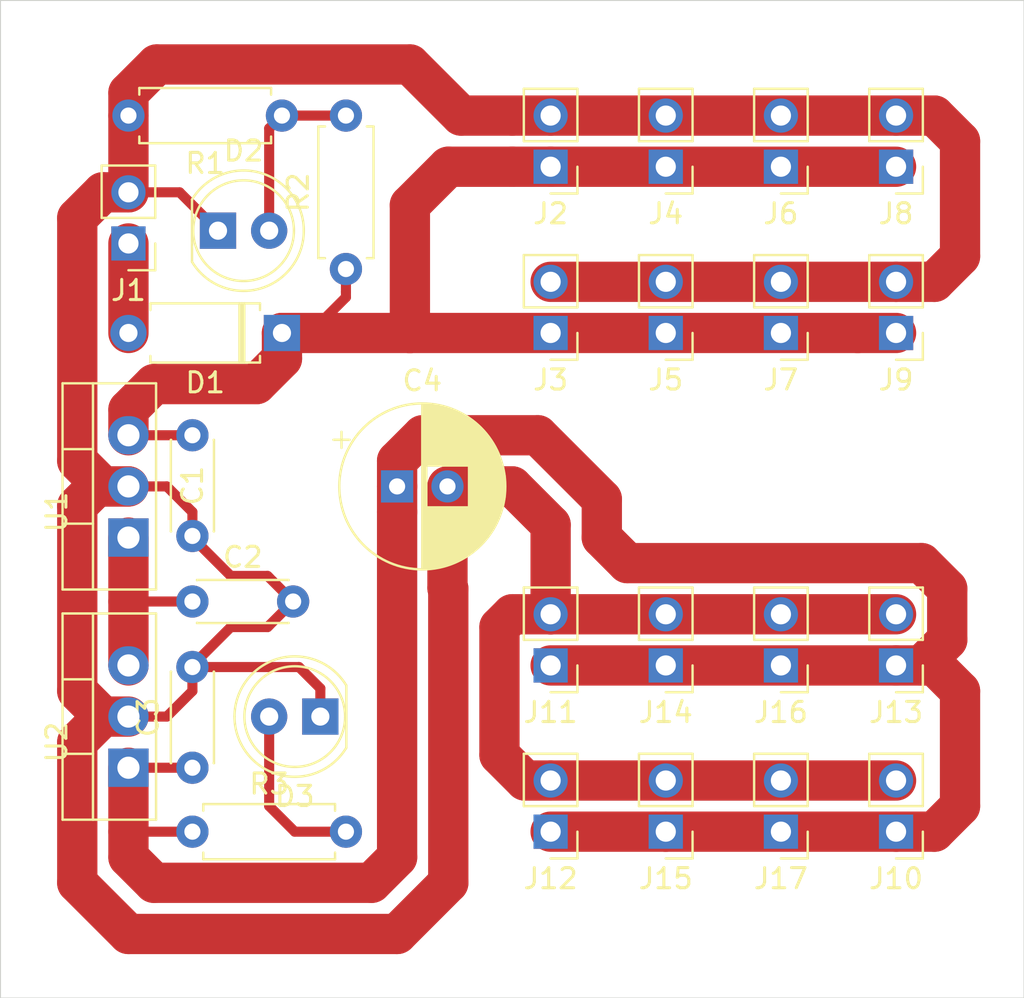
<source format=kicad_pcb>
(kicad_pcb (version 20171130) (host pcbnew 5.1.5-52549c5~86~ubuntu18.04.1)

  (general
    (thickness 1.6)
    (drawings 4)
    (tracks 119)
    (zones 0)
    (modules 29)
    (nets 8)
  )

  (page A4)
  (layers
    (0 F.Cu signal)
    (31 B.Cu signal)
    (32 B.Adhes user)
    (33 F.Adhes user)
    (34 B.Paste user)
    (35 F.Paste user)
    (36 B.SilkS user)
    (37 F.SilkS user)
    (38 B.Mask user)
    (39 F.Mask user)
    (40 Dwgs.User user)
    (41 Cmts.User user)
    (42 Eco1.User user)
    (43 Eco2.User user)
    (44 Edge.Cuts user)
    (45 Margin user)
    (46 B.CrtYd user)
    (47 F.CrtYd user)
    (48 B.Fab user)
    (49 F.Fab user)
  )

  (setup
    (last_trace_width 2)
    (user_trace_width 0.5)
    (user_trace_width 2)
    (trace_clearance 0.2)
    (zone_clearance 0.508)
    (zone_45_only no)
    (trace_min 0.2)
    (via_size 0.8)
    (via_drill 0.4)
    (via_min_size 0.4)
    (via_min_drill 0.3)
    (uvia_size 0.3)
    (uvia_drill 0.1)
    (uvias_allowed no)
    (uvia_min_size 0.2)
    (uvia_min_drill 0.1)
    (edge_width 0.05)
    (segment_width 0.2)
    (pcb_text_width 0.3)
    (pcb_text_size 1.5 1.5)
    (mod_edge_width 0.12)
    (mod_text_size 1 1)
    (mod_text_width 0.15)
    (pad_size 1.524 1.524)
    (pad_drill 0.762)
    (pad_to_mask_clearance 0.051)
    (solder_mask_min_width 0.25)
    (aux_axis_origin 0 0)
    (visible_elements FFFFFF7F)
    (pcbplotparams
      (layerselection 0x010fc_ffffffff)
      (usegerberextensions false)
      (usegerberattributes false)
      (usegerberadvancedattributes false)
      (creategerberjobfile false)
      (excludeedgelayer true)
      (linewidth 0.100000)
      (plotframeref false)
      (viasonmask false)
      (mode 1)
      (useauxorigin false)
      (hpglpennumber 1)
      (hpglpenspeed 20)
      (hpglpendiameter 15.000000)
      (psnegative false)
      (psa4output false)
      (plotreference true)
      (plotvalue true)
      (plotinvisibletext false)
      (padsonsilk false)
      (subtractmaskfromsilk false)
      (outputformat 1)
      (mirror false)
      (drillshape 1)
      (scaleselection 1)
      (outputdirectory ""))
  )

  (net 0 "")
  (net 1 Earth)
  (net 2 +24V)
  (net 3 "Net-(C2-Pad1)")
  (net 4 +5V)
  (net 5 "Net-(D1-Pad2)")
  (net 6 "Net-(D2-Pad2)")
  (net 7 "Net-(D3-Pad2)")

  (net_class Default "This is the default net class."
    (clearance 0.2)
    (trace_width 0.25)
    (via_dia 0.8)
    (via_drill 0.4)
    (uvia_dia 0.3)
    (uvia_drill 0.1)
    (add_net +24V)
    (add_net +5V)
    (add_net Earth)
    (add_net "Net-(C2-Pad1)")
    (add_net "Net-(D1-Pad2)")
    (add_net "Net-(D2-Pad2)")
    (add_net "Net-(D3-Pad2)")
  )

  (module Package_TO_SOT_THT:TO-220-3_Vertical (layer F.Cu) (tedit 5AC8BA0D) (tstamp 5E896DAF)
    (at 31.75 58.42 90)
    (descr "TO-220-3, Vertical, RM 2.54mm, see https://www.vishay.com/docs/66542/to-220-1.pdf")
    (tags "TO-220-3 Vertical RM 2.54mm")
    (path /5E87EA4D)
    (fp_text reference U2 (at 1.27 -3.56 90) (layer F.SilkS)
      (effects (font (size 1 1) (thickness 0.15)))
    )
    (fp_text value L78M05A (at 1.27 2.79 90) (layer F.Fab) hide
      (effects (font (size 1 1) (thickness 0.15)))
    )
    (fp_text user %R (at 1.27 -3.56 90) (layer F.Fab) hide
      (effects (font (size 1 1) (thickness 0.15)))
    )
    (fp_line (start 7.79 -3.4) (end -2.71 -3.4) (layer F.CrtYd) (width 0.05))
    (fp_line (start 7.79 1.51) (end 7.79 -3.4) (layer F.CrtYd) (width 0.05))
    (fp_line (start -2.71 1.51) (end 7.79 1.51) (layer F.CrtYd) (width 0.05))
    (fp_line (start -2.71 -3.4) (end -2.71 1.51) (layer F.CrtYd) (width 0.05))
    (fp_line (start 4.391 -3.27) (end 4.391 -1.76) (layer F.SilkS) (width 0.12))
    (fp_line (start 0.69 -3.27) (end 0.69 -1.76) (layer F.SilkS) (width 0.12))
    (fp_line (start -2.58 -1.76) (end 7.66 -1.76) (layer F.SilkS) (width 0.12))
    (fp_line (start 7.66 -3.27) (end 7.66 1.371) (layer F.SilkS) (width 0.12))
    (fp_line (start -2.58 -3.27) (end -2.58 1.371) (layer F.SilkS) (width 0.12))
    (fp_line (start -2.58 1.371) (end 7.66 1.371) (layer F.SilkS) (width 0.12))
    (fp_line (start -2.58 -3.27) (end 7.66 -3.27) (layer F.SilkS) (width 0.12))
    (fp_line (start 4.39 -3.15) (end 4.39 -1.88) (layer F.Fab) (width 0.1))
    (fp_line (start 0.69 -3.15) (end 0.69 -1.88) (layer F.Fab) (width 0.1))
    (fp_line (start -2.46 -1.88) (end 7.54 -1.88) (layer F.Fab) (width 0.1))
    (fp_line (start 7.54 -3.15) (end -2.46 -3.15) (layer F.Fab) (width 0.1))
    (fp_line (start 7.54 1.25) (end 7.54 -3.15) (layer F.Fab) (width 0.1))
    (fp_line (start -2.46 1.25) (end 7.54 1.25) (layer F.Fab) (width 0.1))
    (fp_line (start -2.46 -3.15) (end -2.46 1.25) (layer F.Fab) (width 0.1))
    (pad 3 thru_hole oval (at 5.08 0 90) (size 1.905 2) (drill 1.1) (layers *.Cu *.Mask)
      (net 3 "Net-(C2-Pad1)"))
    (pad 2 thru_hole oval (at 2.54 0 90) (size 1.905 2) (drill 1.1) (layers *.Cu *.Mask)
      (net 1 Earth))
    (pad 1 thru_hole rect (at 0 0 90) (size 1.905 2) (drill 1.1) (layers *.Cu *.Mask)
      (net 4 +5V))
    (model ${KISYS3DMOD}/Package_TO_SOT_THT.3dshapes/TO-220-3_Vertical.wrl
      (at (xyz 0 0 0))
      (scale (xyz 1 1 1))
      (rotate (xyz 0 0 0))
    )
  )

  (module Package_TO_SOT_THT:TO-220-3_Vertical (layer F.Cu) (tedit 5AC8BA0D) (tstamp 5E896D9D)
    (at 31.75 46.99 90)
    (descr "TO-220-3, Vertical, RM 2.54mm, see https://www.vishay.com/docs/66542/to-220-1.pdf")
    (tags "TO-220-3 Vertical RM 2.54mm")
    (path /5E87DD2F)
    (fp_text reference U1 (at 1.27 -3.56 90) (layer F.SilkS)
      (effects (font (size 1 1) (thickness 0.15)))
    )
    (fp_text value "L78M12A (MC78M12BTG)" (at 1.27 2.79 90) (layer F.Fab) hide
      (effects (font (size 1 1) (thickness 0.15)))
    )
    (fp_text user %R (at 1.27 -3.56 90) (layer F.Fab) hide
      (effects (font (size 1 1) (thickness 0.15)))
    )
    (fp_line (start 7.79 -3.4) (end -2.71 -3.4) (layer F.CrtYd) (width 0.05))
    (fp_line (start 7.79 1.51) (end 7.79 -3.4) (layer F.CrtYd) (width 0.05))
    (fp_line (start -2.71 1.51) (end 7.79 1.51) (layer F.CrtYd) (width 0.05))
    (fp_line (start -2.71 -3.4) (end -2.71 1.51) (layer F.CrtYd) (width 0.05))
    (fp_line (start 4.391 -3.27) (end 4.391 -1.76) (layer F.SilkS) (width 0.12))
    (fp_line (start 0.69 -3.27) (end 0.69 -1.76) (layer F.SilkS) (width 0.12))
    (fp_line (start -2.58 -1.76) (end 7.66 -1.76) (layer F.SilkS) (width 0.12))
    (fp_line (start 7.66 -3.27) (end 7.66 1.371) (layer F.SilkS) (width 0.12))
    (fp_line (start -2.58 -3.27) (end -2.58 1.371) (layer F.SilkS) (width 0.12))
    (fp_line (start -2.58 1.371) (end 7.66 1.371) (layer F.SilkS) (width 0.12))
    (fp_line (start -2.58 -3.27) (end 7.66 -3.27) (layer F.SilkS) (width 0.12))
    (fp_line (start 4.39 -3.15) (end 4.39 -1.88) (layer F.Fab) (width 0.1))
    (fp_line (start 0.69 -3.15) (end 0.69 -1.88) (layer F.Fab) (width 0.1))
    (fp_line (start -2.46 -1.88) (end 7.54 -1.88) (layer F.Fab) (width 0.1))
    (fp_line (start 7.54 -3.15) (end -2.46 -3.15) (layer F.Fab) (width 0.1))
    (fp_line (start 7.54 1.25) (end 7.54 -3.15) (layer F.Fab) (width 0.1))
    (fp_line (start -2.46 1.25) (end 7.54 1.25) (layer F.Fab) (width 0.1))
    (fp_line (start -2.46 -3.15) (end -2.46 1.25) (layer F.Fab) (width 0.1))
    (pad 3 thru_hole oval (at 5.08 0 90) (size 1.905 2) (drill 1.1) (layers *.Cu *.Mask)
      (net 2 +24V))
    (pad 2 thru_hole oval (at 2.54 0 90) (size 1.905 2) (drill 1.1) (layers *.Cu *.Mask)
      (net 1 Earth))
    (pad 1 thru_hole rect (at 0 0 90) (size 1.905 2) (drill 1.1) (layers *.Cu *.Mask)
      (net 3 "Net-(C2-Pad1)"))
    (model ${KISYS3DMOD}/Package_TO_SOT_THT.3dshapes/TO-220-3_Vertical.wrl
      (at (xyz 0 0 0))
      (scale (xyz 1 1 1))
      (rotate (xyz 0 0 0))
    )
  )

  (module Resistor_THT:R_Axial_DIN0207_L6.3mm_D2.5mm_P7.62mm_Horizontal (layer F.Cu) (tedit 5AE5139B) (tstamp 5E896D8B)
    (at 34.925 61.595)
    (descr "Resistor, Axial_DIN0207 series, Axial, Horizontal, pin pitch=7.62mm, 0.25W = 1/4W, length*diameter=6.3*2.5mm^2, http://cdn-reichelt.de/documents/datenblatt/B400/1_4W%23YAG.pdf")
    (tags "Resistor Axial_DIN0207 series Axial Horizontal pin pitch 7.62mm 0.25W = 1/4W length 6.3mm diameter 2.5mm")
    (path /5E8CA861)
    (fp_text reference R3 (at 3.81 -2.37) (layer F.SilkS)
      (effects (font (size 1 1) (thickness 0.15)))
    )
    (fp_text value 1K8 (at 3.81 2.37) (layer F.Fab)
      (effects (font (size 1 1) (thickness 0.15)))
    )
    (fp_text user %R (at 3.81 0) (layer F.Fab)
      (effects (font (size 1 1) (thickness 0.15)))
    )
    (fp_line (start 8.67 -1.5) (end -1.05 -1.5) (layer F.CrtYd) (width 0.05))
    (fp_line (start 8.67 1.5) (end 8.67 -1.5) (layer F.CrtYd) (width 0.05))
    (fp_line (start -1.05 1.5) (end 8.67 1.5) (layer F.CrtYd) (width 0.05))
    (fp_line (start -1.05 -1.5) (end -1.05 1.5) (layer F.CrtYd) (width 0.05))
    (fp_line (start 7.08 1.37) (end 7.08 1.04) (layer F.SilkS) (width 0.12))
    (fp_line (start 0.54 1.37) (end 7.08 1.37) (layer F.SilkS) (width 0.12))
    (fp_line (start 0.54 1.04) (end 0.54 1.37) (layer F.SilkS) (width 0.12))
    (fp_line (start 7.08 -1.37) (end 7.08 -1.04) (layer F.SilkS) (width 0.12))
    (fp_line (start 0.54 -1.37) (end 7.08 -1.37) (layer F.SilkS) (width 0.12))
    (fp_line (start 0.54 -1.04) (end 0.54 -1.37) (layer F.SilkS) (width 0.12))
    (fp_line (start 7.62 0) (end 6.96 0) (layer F.Fab) (width 0.1))
    (fp_line (start 0 0) (end 0.66 0) (layer F.Fab) (width 0.1))
    (fp_line (start 6.96 -1.25) (end 0.66 -1.25) (layer F.Fab) (width 0.1))
    (fp_line (start 6.96 1.25) (end 6.96 -1.25) (layer F.Fab) (width 0.1))
    (fp_line (start 0.66 1.25) (end 6.96 1.25) (layer F.Fab) (width 0.1))
    (fp_line (start 0.66 -1.25) (end 0.66 1.25) (layer F.Fab) (width 0.1))
    (pad 2 thru_hole oval (at 7.62 0) (size 1.6 1.6) (drill 0.8) (layers *.Cu *.Mask)
      (net 7 "Net-(D3-Pad2)"))
    (pad 1 thru_hole circle (at 0 0) (size 1.6 1.6) (drill 0.8) (layers *.Cu *.Mask)
      (net 4 +5V))
    (model ${KISYS3DMOD}/Resistor_THT.3dshapes/R_Axial_DIN0207_L6.3mm_D2.5mm_P7.62mm_Horizontal.wrl
      (at (xyz 0 0 0))
      (scale (xyz 1 1 1))
      (rotate (xyz 0 0 0))
    )
  )

  (module Resistor_THT:R_Axial_DIN0207_L6.3mm_D2.5mm_P7.62mm_Horizontal (layer F.Cu) (tedit 5AE5139B) (tstamp 5E896D74)
    (at 42.545 33.655 90)
    (descr "Resistor, Axial_DIN0207 series, Axial, Horizontal, pin pitch=7.62mm, 0.25W = 1/4W, length*diameter=6.3*2.5mm^2, http://cdn-reichelt.de/documents/datenblatt/B400/1_4W%23YAG.pdf")
    (tags "Resistor Axial_DIN0207 series Axial Horizontal pin pitch 7.62mm 0.25W = 1/4W length 6.3mm diameter 2.5mm")
    (path /5E890C85)
    (fp_text reference R2 (at 3.81 -2.37 90) (layer F.SilkS)
      (effects (font (size 1 1) (thickness 0.15)))
    )
    (fp_text value 10K (at 3.81 2.37 90) (layer F.Fab) hide
      (effects (font (size 1 1) (thickness 0.15)))
    )
    (fp_text user %R (at 3.81 0 90) (layer F.Fab) hide
      (effects (font (size 1 1) (thickness 0.15)))
    )
    (fp_line (start 8.67 -1.5) (end -1.05 -1.5) (layer F.CrtYd) (width 0.05))
    (fp_line (start 8.67 1.5) (end 8.67 -1.5) (layer F.CrtYd) (width 0.05))
    (fp_line (start -1.05 1.5) (end 8.67 1.5) (layer F.CrtYd) (width 0.05))
    (fp_line (start -1.05 -1.5) (end -1.05 1.5) (layer F.CrtYd) (width 0.05))
    (fp_line (start 7.08 1.37) (end 7.08 1.04) (layer F.SilkS) (width 0.12))
    (fp_line (start 0.54 1.37) (end 7.08 1.37) (layer F.SilkS) (width 0.12))
    (fp_line (start 0.54 1.04) (end 0.54 1.37) (layer F.SilkS) (width 0.12))
    (fp_line (start 7.08 -1.37) (end 7.08 -1.04) (layer F.SilkS) (width 0.12))
    (fp_line (start 0.54 -1.37) (end 7.08 -1.37) (layer F.SilkS) (width 0.12))
    (fp_line (start 0.54 -1.04) (end 0.54 -1.37) (layer F.SilkS) (width 0.12))
    (fp_line (start 7.62 0) (end 6.96 0) (layer F.Fab) (width 0.1))
    (fp_line (start 0 0) (end 0.66 0) (layer F.Fab) (width 0.1))
    (fp_line (start 6.96 -1.25) (end 0.66 -1.25) (layer F.Fab) (width 0.1))
    (fp_line (start 6.96 1.25) (end 6.96 -1.25) (layer F.Fab) (width 0.1))
    (fp_line (start 0.66 1.25) (end 6.96 1.25) (layer F.Fab) (width 0.1))
    (fp_line (start 0.66 -1.25) (end 0.66 1.25) (layer F.Fab) (width 0.1))
    (pad 2 thru_hole oval (at 7.62 0 90) (size 1.6 1.6) (drill 0.8) (layers *.Cu *.Mask)
      (net 6 "Net-(D2-Pad2)"))
    (pad 1 thru_hole circle (at 0 0 90) (size 1.6 1.6) (drill 0.8) (layers *.Cu *.Mask)
      (net 2 +24V))
    (model ${KISYS3DMOD}/Resistor_THT.3dshapes/R_Axial_DIN0207_L6.3mm_D2.5mm_P7.62mm_Horizontal.wrl
      (at (xyz 0 0 0))
      (scale (xyz 1 1 1))
      (rotate (xyz 0 0 0))
    )
  )

  (module Resistor_THT:R_Axial_DIN0207_L6.3mm_D2.5mm_P7.62mm_Horizontal (layer F.Cu) (tedit 5AE5139B) (tstamp 5E896D5D)
    (at 39.37 26.035 180)
    (descr "Resistor, Axial_DIN0207 series, Axial, Horizontal, pin pitch=7.62mm, 0.25W = 1/4W, length*diameter=6.3*2.5mm^2, http://cdn-reichelt.de/documents/datenblatt/B400/1_4W%23YAG.pdf")
    (tags "Resistor Axial_DIN0207 series Axial Horizontal pin pitch 7.62mm 0.25W = 1/4W length 6.3mm diameter 2.5mm")
    (path /5E8991C0)
    (fp_text reference R1 (at 3.81 -2.37) (layer F.SilkS)
      (effects (font (size 1 1) (thickness 0.15)))
    )
    (fp_text value 1K8 (at 3.81 2.37) (layer F.Fab) hide
      (effects (font (size 1 1) (thickness 0.15)))
    )
    (fp_text user %R (at 3.81 0) (layer F.Fab) hide
      (effects (font (size 1 1) (thickness 0.15)))
    )
    (fp_line (start 8.67 -1.5) (end -1.05 -1.5) (layer F.CrtYd) (width 0.05))
    (fp_line (start 8.67 1.5) (end 8.67 -1.5) (layer F.CrtYd) (width 0.05))
    (fp_line (start -1.05 1.5) (end 8.67 1.5) (layer F.CrtYd) (width 0.05))
    (fp_line (start -1.05 -1.5) (end -1.05 1.5) (layer F.CrtYd) (width 0.05))
    (fp_line (start 7.08 1.37) (end 7.08 1.04) (layer F.SilkS) (width 0.12))
    (fp_line (start 0.54 1.37) (end 7.08 1.37) (layer F.SilkS) (width 0.12))
    (fp_line (start 0.54 1.04) (end 0.54 1.37) (layer F.SilkS) (width 0.12))
    (fp_line (start 7.08 -1.37) (end 7.08 -1.04) (layer F.SilkS) (width 0.12))
    (fp_line (start 0.54 -1.37) (end 7.08 -1.37) (layer F.SilkS) (width 0.12))
    (fp_line (start 0.54 -1.04) (end 0.54 -1.37) (layer F.SilkS) (width 0.12))
    (fp_line (start 7.62 0) (end 6.96 0) (layer F.Fab) (width 0.1))
    (fp_line (start 0 0) (end 0.66 0) (layer F.Fab) (width 0.1))
    (fp_line (start 6.96 -1.25) (end 0.66 -1.25) (layer F.Fab) (width 0.1))
    (fp_line (start 6.96 1.25) (end 6.96 -1.25) (layer F.Fab) (width 0.1))
    (fp_line (start 0.66 1.25) (end 6.96 1.25) (layer F.Fab) (width 0.1))
    (fp_line (start 0.66 -1.25) (end 0.66 1.25) (layer F.Fab) (width 0.1))
    (pad 2 thru_hole oval (at 7.62 0 180) (size 1.6 1.6) (drill 0.8) (layers *.Cu *.Mask)
      (net 1 Earth))
    (pad 1 thru_hole circle (at 0 0 180) (size 1.6 1.6) (drill 0.8) (layers *.Cu *.Mask)
      (net 6 "Net-(D2-Pad2)"))
    (model ${KISYS3DMOD}/Resistor_THT.3dshapes/R_Axial_DIN0207_L6.3mm_D2.5mm_P7.62mm_Horizontal.wrl
      (at (xyz 0 0 0))
      (scale (xyz 1 1 1))
      (rotate (xyz 0 0 0))
    )
  )

  (module Connector_PinHeader_2.54mm:PinHeader_1x02_P2.54mm_Vertical (layer F.Cu) (tedit 59FED5CC) (tstamp 5E896D46)
    (at 64.135 61.595 180)
    (descr "Through hole straight pin header, 1x02, 2.54mm pitch, single row")
    (tags "Through hole pin header THT 1x02 2.54mm single row")
    (path /5EABF2D7)
    (fp_text reference J17 (at 0 -2.33) (layer F.SilkS)
      (effects (font (size 1 1) (thickness 0.15)))
    )
    (fp_text value Screw_Terminal_01x02 (at 0 4.87) (layer F.Fab) hide
      (effects (font (size 1 1) (thickness 0.15)))
    )
    (fp_text user %R (at 0 1.27 90) (layer F.Fab) hide
      (effects (font (size 1 1) (thickness 0.15)))
    )
    (fp_line (start 1.8 -1.8) (end -1.8 -1.8) (layer F.CrtYd) (width 0.05))
    (fp_line (start 1.8 4.35) (end 1.8 -1.8) (layer F.CrtYd) (width 0.05))
    (fp_line (start -1.8 4.35) (end 1.8 4.35) (layer F.CrtYd) (width 0.05))
    (fp_line (start -1.8 -1.8) (end -1.8 4.35) (layer F.CrtYd) (width 0.05))
    (fp_line (start -1.33 -1.33) (end 0 -1.33) (layer F.SilkS) (width 0.12))
    (fp_line (start -1.33 0) (end -1.33 -1.33) (layer F.SilkS) (width 0.12))
    (fp_line (start -1.33 1.27) (end 1.33 1.27) (layer F.SilkS) (width 0.12))
    (fp_line (start 1.33 1.27) (end 1.33 3.87) (layer F.SilkS) (width 0.12))
    (fp_line (start -1.33 1.27) (end -1.33 3.87) (layer F.SilkS) (width 0.12))
    (fp_line (start -1.33 3.87) (end 1.33 3.87) (layer F.SilkS) (width 0.12))
    (fp_line (start -1.27 -0.635) (end -0.635 -1.27) (layer F.Fab) (width 0.1))
    (fp_line (start -1.27 3.81) (end -1.27 -0.635) (layer F.Fab) (width 0.1))
    (fp_line (start 1.27 3.81) (end -1.27 3.81) (layer F.Fab) (width 0.1))
    (fp_line (start 1.27 -1.27) (end 1.27 3.81) (layer F.Fab) (width 0.1))
    (fp_line (start -0.635 -1.27) (end 1.27 -1.27) (layer F.Fab) (width 0.1))
    (pad 2 thru_hole oval (at 0 2.54 180) (size 1.7 1.7) (drill 1) (layers *.Cu *.Mask)
      (net 1 Earth))
    (pad 1 thru_hole rect (at 0 0 180) (size 1.7 1.7) (drill 1) (layers *.Cu *.Mask)
      (net 4 +5V))
    (model ${KISYS3DMOD}/Connector_PinHeader_2.54mm.3dshapes/PinHeader_1x02_P2.54mm_Vertical.wrl
      (at (xyz 0 0 0))
      (scale (xyz 1 1 1))
      (rotate (xyz 0 0 0))
    )
  )

  (module Connector_PinHeader_2.54mm:PinHeader_1x02_P2.54mm_Vertical (layer F.Cu) (tedit 59FED5CC) (tstamp 5E896D30)
    (at 64.135 53.34 180)
    (descr "Through hole straight pin header, 1x02, 2.54mm pitch, single row")
    (tags "Through hole pin header THT 1x02 2.54mm single row")
    (path /5EABED80)
    (fp_text reference J16 (at 0 -2.33) (layer F.SilkS)
      (effects (font (size 1 1) (thickness 0.15)))
    )
    (fp_text value Screw_Terminal_01x02 (at 0 4.87) (layer F.Fab) hide
      (effects (font (size 1 1) (thickness 0.15)))
    )
    (fp_text user %R (at 0 1.27 90) (layer F.Fab) hide
      (effects (font (size 1 1) (thickness 0.15)))
    )
    (fp_line (start 1.8 -1.8) (end -1.8 -1.8) (layer F.CrtYd) (width 0.05))
    (fp_line (start 1.8 4.35) (end 1.8 -1.8) (layer F.CrtYd) (width 0.05))
    (fp_line (start -1.8 4.35) (end 1.8 4.35) (layer F.CrtYd) (width 0.05))
    (fp_line (start -1.8 -1.8) (end -1.8 4.35) (layer F.CrtYd) (width 0.05))
    (fp_line (start -1.33 -1.33) (end 0 -1.33) (layer F.SilkS) (width 0.12))
    (fp_line (start -1.33 0) (end -1.33 -1.33) (layer F.SilkS) (width 0.12))
    (fp_line (start -1.33 1.27) (end 1.33 1.27) (layer F.SilkS) (width 0.12))
    (fp_line (start 1.33 1.27) (end 1.33 3.87) (layer F.SilkS) (width 0.12))
    (fp_line (start -1.33 1.27) (end -1.33 3.87) (layer F.SilkS) (width 0.12))
    (fp_line (start -1.33 3.87) (end 1.33 3.87) (layer F.SilkS) (width 0.12))
    (fp_line (start -1.27 -0.635) (end -0.635 -1.27) (layer F.Fab) (width 0.1))
    (fp_line (start -1.27 3.81) (end -1.27 -0.635) (layer F.Fab) (width 0.1))
    (fp_line (start 1.27 3.81) (end -1.27 3.81) (layer F.Fab) (width 0.1))
    (fp_line (start 1.27 -1.27) (end 1.27 3.81) (layer F.Fab) (width 0.1))
    (fp_line (start -0.635 -1.27) (end 1.27 -1.27) (layer F.Fab) (width 0.1))
    (pad 2 thru_hole oval (at 0 2.54 180) (size 1.7 1.7) (drill 1) (layers *.Cu *.Mask)
      (net 1 Earth))
    (pad 1 thru_hole rect (at 0 0 180) (size 1.7 1.7) (drill 1) (layers *.Cu *.Mask)
      (net 4 +5V))
    (model ${KISYS3DMOD}/Connector_PinHeader_2.54mm.3dshapes/PinHeader_1x02_P2.54mm_Vertical.wrl
      (at (xyz 0 0 0))
      (scale (xyz 1 1 1))
      (rotate (xyz 0 0 0))
    )
  )

  (module Connector_PinHeader_2.54mm:PinHeader_1x02_P2.54mm_Vertical (layer F.Cu) (tedit 59FED5CC) (tstamp 5E896D1A)
    (at 58.42 61.595 180)
    (descr "Through hole straight pin header, 1x02, 2.54mm pitch, single row")
    (tags "Through hole pin header THT 1x02 2.54mm single row")
    (path /5EABE768)
    (fp_text reference J15 (at 0 -2.33) (layer F.SilkS)
      (effects (font (size 1 1) (thickness 0.15)))
    )
    (fp_text value Screw_Terminal_01x02 (at 0 4.87) (layer F.Fab) hide
      (effects (font (size 1 1) (thickness 0.15)))
    )
    (fp_text user %R (at 0 1.27 90) (layer F.Fab) hide
      (effects (font (size 1 1) (thickness 0.15)))
    )
    (fp_line (start 1.8 -1.8) (end -1.8 -1.8) (layer F.CrtYd) (width 0.05))
    (fp_line (start 1.8 4.35) (end 1.8 -1.8) (layer F.CrtYd) (width 0.05))
    (fp_line (start -1.8 4.35) (end 1.8 4.35) (layer F.CrtYd) (width 0.05))
    (fp_line (start -1.8 -1.8) (end -1.8 4.35) (layer F.CrtYd) (width 0.05))
    (fp_line (start -1.33 -1.33) (end 0 -1.33) (layer F.SilkS) (width 0.12))
    (fp_line (start -1.33 0) (end -1.33 -1.33) (layer F.SilkS) (width 0.12))
    (fp_line (start -1.33 1.27) (end 1.33 1.27) (layer F.SilkS) (width 0.12))
    (fp_line (start 1.33 1.27) (end 1.33 3.87) (layer F.SilkS) (width 0.12))
    (fp_line (start -1.33 1.27) (end -1.33 3.87) (layer F.SilkS) (width 0.12))
    (fp_line (start -1.33 3.87) (end 1.33 3.87) (layer F.SilkS) (width 0.12))
    (fp_line (start -1.27 -0.635) (end -0.635 -1.27) (layer F.Fab) (width 0.1))
    (fp_line (start -1.27 3.81) (end -1.27 -0.635) (layer F.Fab) (width 0.1))
    (fp_line (start 1.27 3.81) (end -1.27 3.81) (layer F.Fab) (width 0.1))
    (fp_line (start 1.27 -1.27) (end 1.27 3.81) (layer F.Fab) (width 0.1))
    (fp_line (start -0.635 -1.27) (end 1.27 -1.27) (layer F.Fab) (width 0.1))
    (pad 2 thru_hole oval (at 0 2.54 180) (size 1.7 1.7) (drill 1) (layers *.Cu *.Mask)
      (net 1 Earth))
    (pad 1 thru_hole rect (at 0 0 180) (size 1.7 1.7) (drill 1) (layers *.Cu *.Mask)
      (net 4 +5V))
    (model ${KISYS3DMOD}/Connector_PinHeader_2.54mm.3dshapes/PinHeader_1x02_P2.54mm_Vertical.wrl
      (at (xyz 0 0 0))
      (scale (xyz 1 1 1))
      (rotate (xyz 0 0 0))
    )
  )

  (module Connector_PinHeader_2.54mm:PinHeader_1x02_P2.54mm_Vertical (layer F.Cu) (tedit 59FED5CC) (tstamp 5E896D04)
    (at 58.42 53.34 180)
    (descr "Through hole straight pin header, 1x02, 2.54mm pitch, single row")
    (tags "Through hole pin header THT 1x02 2.54mm single row")
    (path /5EABDD60)
    (fp_text reference J14 (at 0 -2.33) (layer F.SilkS)
      (effects (font (size 1 1) (thickness 0.15)))
    )
    (fp_text value Screw_Terminal_01x02 (at 0 4.87) (layer F.Fab) hide
      (effects (font (size 1 1) (thickness 0.15)))
    )
    (fp_text user %R (at 0 1.27 90) (layer F.Fab) hide
      (effects (font (size 1 1) (thickness 0.15)))
    )
    (fp_line (start 1.8 -1.8) (end -1.8 -1.8) (layer F.CrtYd) (width 0.05))
    (fp_line (start 1.8 4.35) (end 1.8 -1.8) (layer F.CrtYd) (width 0.05))
    (fp_line (start -1.8 4.35) (end 1.8 4.35) (layer F.CrtYd) (width 0.05))
    (fp_line (start -1.8 -1.8) (end -1.8 4.35) (layer F.CrtYd) (width 0.05))
    (fp_line (start -1.33 -1.33) (end 0 -1.33) (layer F.SilkS) (width 0.12))
    (fp_line (start -1.33 0) (end -1.33 -1.33) (layer F.SilkS) (width 0.12))
    (fp_line (start -1.33 1.27) (end 1.33 1.27) (layer F.SilkS) (width 0.12))
    (fp_line (start 1.33 1.27) (end 1.33 3.87) (layer F.SilkS) (width 0.12))
    (fp_line (start -1.33 1.27) (end -1.33 3.87) (layer F.SilkS) (width 0.12))
    (fp_line (start -1.33 3.87) (end 1.33 3.87) (layer F.SilkS) (width 0.12))
    (fp_line (start -1.27 -0.635) (end -0.635 -1.27) (layer F.Fab) (width 0.1))
    (fp_line (start -1.27 3.81) (end -1.27 -0.635) (layer F.Fab) (width 0.1))
    (fp_line (start 1.27 3.81) (end -1.27 3.81) (layer F.Fab) (width 0.1))
    (fp_line (start 1.27 -1.27) (end 1.27 3.81) (layer F.Fab) (width 0.1))
    (fp_line (start -0.635 -1.27) (end 1.27 -1.27) (layer F.Fab) (width 0.1))
    (pad 2 thru_hole oval (at 0 2.54 180) (size 1.7 1.7) (drill 1) (layers *.Cu *.Mask)
      (net 1 Earth))
    (pad 1 thru_hole rect (at 0 0 180) (size 1.7 1.7) (drill 1) (layers *.Cu *.Mask)
      (net 4 +5V))
    (model ${KISYS3DMOD}/Connector_PinHeader_2.54mm.3dshapes/PinHeader_1x02_P2.54mm_Vertical.wrl
      (at (xyz 0 0 0))
      (scale (xyz 1 1 1))
      (rotate (xyz 0 0 0))
    )
  )

  (module Connector_PinHeader_2.54mm:PinHeader_1x02_P2.54mm_Vertical (layer F.Cu) (tedit 59FED5CC) (tstamp 5E896CEE)
    (at 69.85 53.34 180)
    (descr "Through hole straight pin header, 1x02, 2.54mm pitch, single row")
    (tags "Through hole pin header THT 1x02 2.54mm single row")
    (path /5EA2F830)
    (fp_text reference J13 (at 0 -2.33) (layer F.SilkS)
      (effects (font (size 1 1) (thickness 0.15)))
    )
    (fp_text value Screw_Terminal_01x02 (at 0 4.87) (layer F.Fab) hide
      (effects (font (size 1 1) (thickness 0.15)))
    )
    (fp_text user %R (at 0 1.27 90) (layer F.Fab) hide
      (effects (font (size 1 1) (thickness 0.15)))
    )
    (fp_line (start 1.8 -1.8) (end -1.8 -1.8) (layer F.CrtYd) (width 0.05))
    (fp_line (start 1.8 4.35) (end 1.8 -1.8) (layer F.CrtYd) (width 0.05))
    (fp_line (start -1.8 4.35) (end 1.8 4.35) (layer F.CrtYd) (width 0.05))
    (fp_line (start -1.8 -1.8) (end -1.8 4.35) (layer F.CrtYd) (width 0.05))
    (fp_line (start -1.33 -1.33) (end 0 -1.33) (layer F.SilkS) (width 0.12))
    (fp_line (start -1.33 0) (end -1.33 -1.33) (layer F.SilkS) (width 0.12))
    (fp_line (start -1.33 1.27) (end 1.33 1.27) (layer F.SilkS) (width 0.12))
    (fp_line (start 1.33 1.27) (end 1.33 3.87) (layer F.SilkS) (width 0.12))
    (fp_line (start -1.33 1.27) (end -1.33 3.87) (layer F.SilkS) (width 0.12))
    (fp_line (start -1.33 3.87) (end 1.33 3.87) (layer F.SilkS) (width 0.12))
    (fp_line (start -1.27 -0.635) (end -0.635 -1.27) (layer F.Fab) (width 0.1))
    (fp_line (start -1.27 3.81) (end -1.27 -0.635) (layer F.Fab) (width 0.1))
    (fp_line (start 1.27 3.81) (end -1.27 3.81) (layer F.Fab) (width 0.1))
    (fp_line (start 1.27 -1.27) (end 1.27 3.81) (layer F.Fab) (width 0.1))
    (fp_line (start -0.635 -1.27) (end 1.27 -1.27) (layer F.Fab) (width 0.1))
    (pad 2 thru_hole oval (at 0 2.54 180) (size 1.7 1.7) (drill 1) (layers *.Cu *.Mask)
      (net 1 Earth))
    (pad 1 thru_hole rect (at 0 0 180) (size 1.7 1.7) (drill 1) (layers *.Cu *.Mask)
      (net 4 +5V))
    (model ${KISYS3DMOD}/Connector_PinHeader_2.54mm.3dshapes/PinHeader_1x02_P2.54mm_Vertical.wrl
      (at (xyz 0 0 0))
      (scale (xyz 1 1 1))
      (rotate (xyz 0 0 0))
    )
  )

  (module Connector_PinHeader_2.54mm:PinHeader_1x02_P2.54mm_Vertical (layer F.Cu) (tedit 59FED5CC) (tstamp 5E896CD8)
    (at 52.705 61.595 180)
    (descr "Through hole straight pin header, 1x02, 2.54mm pitch, single row")
    (tags "Through hole pin header THT 1x02 2.54mm single row")
    (path /5EA24E22)
    (fp_text reference J12 (at 0 -2.33) (layer F.SilkS)
      (effects (font (size 1 1) (thickness 0.15)))
    )
    (fp_text value Screw_Terminal_01x02 (at 0 4.87) (layer F.Fab) hide
      (effects (font (size 1 1) (thickness 0.15)))
    )
    (fp_text user %R (at 0 1.27 90) (layer F.Fab) hide
      (effects (font (size 1 1) (thickness 0.15)))
    )
    (fp_line (start 1.8 -1.8) (end -1.8 -1.8) (layer F.CrtYd) (width 0.05))
    (fp_line (start 1.8 4.35) (end 1.8 -1.8) (layer F.CrtYd) (width 0.05))
    (fp_line (start -1.8 4.35) (end 1.8 4.35) (layer F.CrtYd) (width 0.05))
    (fp_line (start -1.8 -1.8) (end -1.8 4.35) (layer F.CrtYd) (width 0.05))
    (fp_line (start -1.33 -1.33) (end 0 -1.33) (layer F.SilkS) (width 0.12))
    (fp_line (start -1.33 0) (end -1.33 -1.33) (layer F.SilkS) (width 0.12))
    (fp_line (start -1.33 1.27) (end 1.33 1.27) (layer F.SilkS) (width 0.12))
    (fp_line (start 1.33 1.27) (end 1.33 3.87) (layer F.SilkS) (width 0.12))
    (fp_line (start -1.33 1.27) (end -1.33 3.87) (layer F.SilkS) (width 0.12))
    (fp_line (start -1.33 3.87) (end 1.33 3.87) (layer F.SilkS) (width 0.12))
    (fp_line (start -1.27 -0.635) (end -0.635 -1.27) (layer F.Fab) (width 0.1))
    (fp_line (start -1.27 3.81) (end -1.27 -0.635) (layer F.Fab) (width 0.1))
    (fp_line (start 1.27 3.81) (end -1.27 3.81) (layer F.Fab) (width 0.1))
    (fp_line (start 1.27 -1.27) (end 1.27 3.81) (layer F.Fab) (width 0.1))
    (fp_line (start -0.635 -1.27) (end 1.27 -1.27) (layer F.Fab) (width 0.1))
    (pad 2 thru_hole oval (at 0 2.54 180) (size 1.7 1.7) (drill 1) (layers *.Cu *.Mask)
      (net 1 Earth))
    (pad 1 thru_hole rect (at 0 0 180) (size 1.7 1.7) (drill 1) (layers *.Cu *.Mask)
      (net 4 +5V))
    (model ${KISYS3DMOD}/Connector_PinHeader_2.54mm.3dshapes/PinHeader_1x02_P2.54mm_Vertical.wrl
      (at (xyz 0 0 0))
      (scale (xyz 1 1 1))
      (rotate (xyz 0 0 0))
    )
  )

  (module Connector_PinHeader_2.54mm:PinHeader_1x02_P2.54mm_Vertical (layer F.Cu) (tedit 59FED5CC) (tstamp 5E89DAB9)
    (at 52.705 53.34 180)
    (descr "Through hole straight pin header, 1x02, 2.54mm pitch, single row")
    (tags "Through hole pin header THT 1x02 2.54mm single row")
    (path /5EA1EB0A)
    (fp_text reference J11 (at 0 -2.33) (layer F.SilkS)
      (effects (font (size 1 1) (thickness 0.15)))
    )
    (fp_text value Screw_Terminal_01x02 (at 0 4.87) (layer F.Fab) hide
      (effects (font (size 1 1) (thickness 0.15)))
    )
    (fp_text user %R (at 0 1.27 90) (layer F.Fab) hide
      (effects (font (size 1 1) (thickness 0.15)))
    )
    (fp_line (start 1.8 -1.8) (end -1.8 -1.8) (layer F.CrtYd) (width 0.05))
    (fp_line (start 1.8 4.35) (end 1.8 -1.8) (layer F.CrtYd) (width 0.05))
    (fp_line (start -1.8 4.35) (end 1.8 4.35) (layer F.CrtYd) (width 0.05))
    (fp_line (start -1.8 -1.8) (end -1.8 4.35) (layer F.CrtYd) (width 0.05))
    (fp_line (start -1.33 -1.33) (end 0 -1.33) (layer F.SilkS) (width 0.12))
    (fp_line (start -1.33 0) (end -1.33 -1.33) (layer F.SilkS) (width 0.12))
    (fp_line (start -1.33 1.27) (end 1.33 1.27) (layer F.SilkS) (width 0.12))
    (fp_line (start 1.33 1.27) (end 1.33 3.87) (layer F.SilkS) (width 0.12))
    (fp_line (start -1.33 1.27) (end -1.33 3.87) (layer F.SilkS) (width 0.12))
    (fp_line (start -1.33 3.87) (end 1.33 3.87) (layer F.SilkS) (width 0.12))
    (fp_line (start -1.27 -0.635) (end -0.635 -1.27) (layer F.Fab) (width 0.1))
    (fp_line (start -1.27 3.81) (end -1.27 -0.635) (layer F.Fab) (width 0.1))
    (fp_line (start 1.27 3.81) (end -1.27 3.81) (layer F.Fab) (width 0.1))
    (fp_line (start 1.27 -1.27) (end 1.27 3.81) (layer F.Fab) (width 0.1))
    (fp_line (start -0.635 -1.27) (end 1.27 -1.27) (layer F.Fab) (width 0.1))
    (pad 2 thru_hole oval (at 0 2.54 180) (size 1.7 1.7) (drill 1) (layers *.Cu *.Mask)
      (net 1 Earth))
    (pad 1 thru_hole rect (at 0 0 180) (size 1.7 1.7) (drill 1) (layers *.Cu *.Mask)
      (net 4 +5V))
    (model ${KISYS3DMOD}/Connector_PinHeader_2.54mm.3dshapes/PinHeader_1x02_P2.54mm_Vertical.wrl
      (at (xyz 0 0 0))
      (scale (xyz 1 1 1))
      (rotate (xyz 0 0 0))
    )
  )

  (module Connector_PinHeader_2.54mm:PinHeader_1x02_P2.54mm_Vertical (layer F.Cu) (tedit 59FED5CC) (tstamp 5E89D1E0)
    (at 69.85 61.595 180)
    (descr "Through hole straight pin header, 1x02, 2.54mm pitch, single row")
    (tags "Through hole pin header THT 1x02 2.54mm single row")
    (path /5E8D8F98)
    (fp_text reference J10 (at 0 -2.33) (layer F.SilkS)
      (effects (font (size 1 1) (thickness 0.15)))
    )
    (fp_text value Screw_Terminal_01x02 (at 0 4.87) (layer F.Fab) hide
      (effects (font (size 1 1) (thickness 0.15)))
    )
    (fp_text user %R (at 0 1.27 90) (layer F.Fab) hide
      (effects (font (size 1 1) (thickness 0.15)))
    )
    (fp_line (start 1.8 -1.8) (end -1.8 -1.8) (layer F.CrtYd) (width 0.05))
    (fp_line (start 1.8 4.35) (end 1.8 -1.8) (layer F.CrtYd) (width 0.05))
    (fp_line (start -1.8 4.35) (end 1.8 4.35) (layer F.CrtYd) (width 0.05))
    (fp_line (start -1.8 -1.8) (end -1.8 4.35) (layer F.CrtYd) (width 0.05))
    (fp_line (start -1.33 -1.33) (end 0 -1.33) (layer F.SilkS) (width 0.12))
    (fp_line (start -1.33 0) (end -1.33 -1.33) (layer F.SilkS) (width 0.12))
    (fp_line (start -1.33 1.27) (end 1.33 1.27) (layer F.SilkS) (width 0.12))
    (fp_line (start 1.33 1.27) (end 1.33 3.87) (layer F.SilkS) (width 0.12))
    (fp_line (start -1.33 1.27) (end -1.33 3.87) (layer F.SilkS) (width 0.12))
    (fp_line (start -1.33 3.87) (end 1.33 3.87) (layer F.SilkS) (width 0.12))
    (fp_line (start -1.27 -0.635) (end -0.635 -1.27) (layer F.Fab) (width 0.1))
    (fp_line (start -1.27 3.81) (end -1.27 -0.635) (layer F.Fab) (width 0.1))
    (fp_line (start 1.27 3.81) (end -1.27 3.81) (layer F.Fab) (width 0.1))
    (fp_line (start 1.27 -1.27) (end 1.27 3.81) (layer F.Fab) (width 0.1))
    (fp_line (start -0.635 -1.27) (end 1.27 -1.27) (layer F.Fab) (width 0.1))
    (pad 2 thru_hole oval (at 0 2.54 180) (size 1.7 1.7) (drill 1) (layers *.Cu *.Mask)
      (net 1 Earth))
    (pad 1 thru_hole rect (at 0 0 180) (size 1.7 1.7) (drill 1) (layers *.Cu *.Mask)
      (net 4 +5V))
    (model ${KISYS3DMOD}/Connector_PinHeader_2.54mm.3dshapes/PinHeader_1x02_P2.54mm_Vertical.wrl
      (at (xyz 0 0 0))
      (scale (xyz 1 1 1))
      (rotate (xyz 0 0 0))
    )
  )

  (module Connector_PinHeader_2.54mm:PinHeader_1x02_P2.54mm_Vertical (layer F.Cu) (tedit 59FED5CC) (tstamp 5E899505)
    (at 69.85 36.83 180)
    (descr "Through hole straight pin header, 1x02, 2.54mm pitch, single row")
    (tags "Through hole pin header THT 1x02 2.54mm single row")
    (path /5EA993E8)
    (fp_text reference J9 (at 0 -2.33) (layer F.SilkS)
      (effects (font (size 1 1) (thickness 0.15)))
    )
    (fp_text value Screw_Terminal_01x02 (at 0 4.87) (layer F.Fab) hide
      (effects (font (size 1 1) (thickness 0.15)))
    )
    (fp_text user %R (at 0 1.27 90) (layer F.Fab) hide
      (effects (font (size 1 1) (thickness 0.15)))
    )
    (fp_line (start 1.8 -1.8) (end -1.8 -1.8) (layer F.CrtYd) (width 0.05))
    (fp_line (start 1.8 4.35) (end 1.8 -1.8) (layer F.CrtYd) (width 0.05))
    (fp_line (start -1.8 4.35) (end 1.8 4.35) (layer F.CrtYd) (width 0.05))
    (fp_line (start -1.8 -1.8) (end -1.8 4.35) (layer F.CrtYd) (width 0.05))
    (fp_line (start -1.33 -1.33) (end 0 -1.33) (layer F.SilkS) (width 0.12))
    (fp_line (start -1.33 0) (end -1.33 -1.33) (layer F.SilkS) (width 0.12))
    (fp_line (start -1.33 1.27) (end 1.33 1.27) (layer F.SilkS) (width 0.12))
    (fp_line (start 1.33 1.27) (end 1.33 3.87) (layer F.SilkS) (width 0.12))
    (fp_line (start -1.33 1.27) (end -1.33 3.87) (layer F.SilkS) (width 0.12))
    (fp_line (start -1.33 3.87) (end 1.33 3.87) (layer F.SilkS) (width 0.12))
    (fp_line (start -1.27 -0.635) (end -0.635 -1.27) (layer F.Fab) (width 0.1))
    (fp_line (start -1.27 3.81) (end -1.27 -0.635) (layer F.Fab) (width 0.1))
    (fp_line (start 1.27 3.81) (end -1.27 3.81) (layer F.Fab) (width 0.1))
    (fp_line (start 1.27 -1.27) (end 1.27 3.81) (layer F.Fab) (width 0.1))
    (fp_line (start -0.635 -1.27) (end 1.27 -1.27) (layer F.Fab) (width 0.1))
    (pad 2 thru_hole oval (at 0 2.54 180) (size 1.7 1.7) (drill 1) (layers *.Cu *.Mask)
      (net 1 Earth))
    (pad 1 thru_hole rect (at 0 0 180) (size 1.7 1.7) (drill 1) (layers *.Cu *.Mask)
      (net 2 +24V))
    (model ${KISYS3DMOD}/Connector_PinHeader_2.54mm.3dshapes/PinHeader_1x02_P2.54mm_Vertical.wrl
      (at (xyz 0 0 0))
      (scale (xyz 1 1 1))
      (rotate (xyz 0 0 0))
    )
  )

  (module Connector_PinHeader_2.54mm:PinHeader_1x02_P2.54mm_Vertical (layer F.Cu) (tedit 59FED5CC) (tstamp 5E896C80)
    (at 69.85 28.575 180)
    (descr "Through hole straight pin header, 1x02, 2.54mm pitch, single row")
    (tags "Through hole pin header THT 1x02 2.54mm single row")
    (path /5EA98F2D)
    (fp_text reference J8 (at 0 -2.33) (layer F.SilkS)
      (effects (font (size 1 1) (thickness 0.15)))
    )
    (fp_text value Screw_Terminal_01x02 (at 0 4.87) (layer F.Fab) hide
      (effects (font (size 1 1) (thickness 0.15)))
    )
    (fp_text user %R (at 0 1.27 90) (layer F.Fab) hide
      (effects (font (size 1 1) (thickness 0.15)))
    )
    (fp_line (start 1.8 -1.8) (end -1.8 -1.8) (layer F.CrtYd) (width 0.05))
    (fp_line (start 1.8 4.35) (end 1.8 -1.8) (layer F.CrtYd) (width 0.05))
    (fp_line (start -1.8 4.35) (end 1.8 4.35) (layer F.CrtYd) (width 0.05))
    (fp_line (start -1.8 -1.8) (end -1.8 4.35) (layer F.CrtYd) (width 0.05))
    (fp_line (start -1.33 -1.33) (end 0 -1.33) (layer F.SilkS) (width 0.12))
    (fp_line (start -1.33 0) (end -1.33 -1.33) (layer F.SilkS) (width 0.12))
    (fp_line (start -1.33 1.27) (end 1.33 1.27) (layer F.SilkS) (width 0.12))
    (fp_line (start 1.33 1.27) (end 1.33 3.87) (layer F.SilkS) (width 0.12))
    (fp_line (start -1.33 1.27) (end -1.33 3.87) (layer F.SilkS) (width 0.12))
    (fp_line (start -1.33 3.87) (end 1.33 3.87) (layer F.SilkS) (width 0.12))
    (fp_line (start -1.27 -0.635) (end -0.635 -1.27) (layer F.Fab) (width 0.1))
    (fp_line (start -1.27 3.81) (end -1.27 -0.635) (layer F.Fab) (width 0.1))
    (fp_line (start 1.27 3.81) (end -1.27 3.81) (layer F.Fab) (width 0.1))
    (fp_line (start 1.27 -1.27) (end 1.27 3.81) (layer F.Fab) (width 0.1))
    (fp_line (start -0.635 -1.27) (end 1.27 -1.27) (layer F.Fab) (width 0.1))
    (pad 2 thru_hole oval (at 0 2.54 180) (size 1.7 1.7) (drill 1) (layers *.Cu *.Mask)
      (net 1 Earth))
    (pad 1 thru_hole rect (at 0 0 180) (size 1.7 1.7) (drill 1) (layers *.Cu *.Mask)
      (net 2 +24V))
    (model ${KISYS3DMOD}/Connector_PinHeader_2.54mm.3dshapes/PinHeader_1x02_P2.54mm_Vertical.wrl
      (at (xyz 0 0 0))
      (scale (xyz 1 1 1))
      (rotate (xyz 0 0 0))
    )
  )

  (module Connector_PinHeader_2.54mm:PinHeader_1x02_P2.54mm_Vertical (layer F.Cu) (tedit 59FED5CC) (tstamp 5E896C6A)
    (at 64.135 36.83 180)
    (descr "Through hole straight pin header, 1x02, 2.54mm pitch, single row")
    (tags "Through hole pin header THT 1x02 2.54mm single row")
    (path /5EA98992)
    (fp_text reference J7 (at 0 -2.33) (layer F.SilkS)
      (effects (font (size 1 1) (thickness 0.15)))
    )
    (fp_text value Screw_Terminal_01x02 (at 0 4.87) (layer F.Fab) hide
      (effects (font (size 1 1) (thickness 0.15)))
    )
    (fp_text user %R (at 0 1.27 90) (layer F.Fab) hide
      (effects (font (size 1 1) (thickness 0.15)))
    )
    (fp_line (start 1.8 -1.8) (end -1.8 -1.8) (layer F.CrtYd) (width 0.05))
    (fp_line (start 1.8 4.35) (end 1.8 -1.8) (layer F.CrtYd) (width 0.05))
    (fp_line (start -1.8 4.35) (end 1.8 4.35) (layer F.CrtYd) (width 0.05))
    (fp_line (start -1.8 -1.8) (end -1.8 4.35) (layer F.CrtYd) (width 0.05))
    (fp_line (start -1.33 -1.33) (end 0 -1.33) (layer F.SilkS) (width 0.12))
    (fp_line (start -1.33 0) (end -1.33 -1.33) (layer F.SilkS) (width 0.12))
    (fp_line (start -1.33 1.27) (end 1.33 1.27) (layer F.SilkS) (width 0.12))
    (fp_line (start 1.33 1.27) (end 1.33 3.87) (layer F.SilkS) (width 0.12))
    (fp_line (start -1.33 1.27) (end -1.33 3.87) (layer F.SilkS) (width 0.12))
    (fp_line (start -1.33 3.87) (end 1.33 3.87) (layer F.SilkS) (width 0.12))
    (fp_line (start -1.27 -0.635) (end -0.635 -1.27) (layer F.Fab) (width 0.1))
    (fp_line (start -1.27 3.81) (end -1.27 -0.635) (layer F.Fab) (width 0.1))
    (fp_line (start 1.27 3.81) (end -1.27 3.81) (layer F.Fab) (width 0.1))
    (fp_line (start 1.27 -1.27) (end 1.27 3.81) (layer F.Fab) (width 0.1))
    (fp_line (start -0.635 -1.27) (end 1.27 -1.27) (layer F.Fab) (width 0.1))
    (pad 2 thru_hole oval (at 0 2.54 180) (size 1.7 1.7) (drill 1) (layers *.Cu *.Mask)
      (net 1 Earth))
    (pad 1 thru_hole rect (at 0 0 180) (size 1.7 1.7) (drill 1) (layers *.Cu *.Mask)
      (net 2 +24V))
    (model ${KISYS3DMOD}/Connector_PinHeader_2.54mm.3dshapes/PinHeader_1x02_P2.54mm_Vertical.wrl
      (at (xyz 0 0 0))
      (scale (xyz 1 1 1))
      (rotate (xyz 0 0 0))
    )
  )

  (module Connector_PinHeader_2.54mm:PinHeader_1x02_P2.54mm_Vertical (layer F.Cu) (tedit 59FED5CC) (tstamp 5E896C54)
    (at 64.135 28.575 180)
    (descr "Through hole straight pin header, 1x02, 2.54mm pitch, single row")
    (tags "Through hole pin header THT 1x02 2.54mm single row")
    (path /5EA982C3)
    (fp_text reference J6 (at 0 -2.33) (layer F.SilkS)
      (effects (font (size 1 1) (thickness 0.15)))
    )
    (fp_text value Screw_Terminal_01x02 (at 0 4.87) (layer F.Fab) hide
      (effects (font (size 1 1) (thickness 0.15)))
    )
    (fp_text user %R (at 0 1.27 90) (layer F.Fab) hide
      (effects (font (size 1 1) (thickness 0.15)))
    )
    (fp_line (start 1.8 -1.8) (end -1.8 -1.8) (layer F.CrtYd) (width 0.05))
    (fp_line (start 1.8 4.35) (end 1.8 -1.8) (layer F.CrtYd) (width 0.05))
    (fp_line (start -1.8 4.35) (end 1.8 4.35) (layer F.CrtYd) (width 0.05))
    (fp_line (start -1.8 -1.8) (end -1.8 4.35) (layer F.CrtYd) (width 0.05))
    (fp_line (start -1.33 -1.33) (end 0 -1.33) (layer F.SilkS) (width 0.12))
    (fp_line (start -1.33 0) (end -1.33 -1.33) (layer F.SilkS) (width 0.12))
    (fp_line (start -1.33 1.27) (end 1.33 1.27) (layer F.SilkS) (width 0.12))
    (fp_line (start 1.33 1.27) (end 1.33 3.87) (layer F.SilkS) (width 0.12))
    (fp_line (start -1.33 1.27) (end -1.33 3.87) (layer F.SilkS) (width 0.12))
    (fp_line (start -1.33 3.87) (end 1.33 3.87) (layer F.SilkS) (width 0.12))
    (fp_line (start -1.27 -0.635) (end -0.635 -1.27) (layer F.Fab) (width 0.1))
    (fp_line (start -1.27 3.81) (end -1.27 -0.635) (layer F.Fab) (width 0.1))
    (fp_line (start 1.27 3.81) (end -1.27 3.81) (layer F.Fab) (width 0.1))
    (fp_line (start 1.27 -1.27) (end 1.27 3.81) (layer F.Fab) (width 0.1))
    (fp_line (start -0.635 -1.27) (end 1.27 -1.27) (layer F.Fab) (width 0.1))
    (pad 2 thru_hole oval (at 0 2.54 180) (size 1.7 1.7) (drill 1) (layers *.Cu *.Mask)
      (net 1 Earth))
    (pad 1 thru_hole rect (at 0 0 180) (size 1.7 1.7) (drill 1) (layers *.Cu *.Mask)
      (net 2 +24V))
    (model ${KISYS3DMOD}/Connector_PinHeader_2.54mm.3dshapes/PinHeader_1x02_P2.54mm_Vertical.wrl
      (at (xyz 0 0 0))
      (scale (xyz 1 1 1))
      (rotate (xyz 0 0 0))
    )
  )

  (module Connector_PinHeader_2.54mm:PinHeader_1x02_P2.54mm_Vertical (layer F.Cu) (tedit 59FED5CC) (tstamp 5E896C3E)
    (at 58.42 36.83 180)
    (descr "Through hole straight pin header, 1x02, 2.54mm pitch, single row")
    (tags "Through hole pin header THT 1x02 2.54mm single row")
    (path /5EA979F8)
    (fp_text reference J5 (at 0 -2.33) (layer F.SilkS)
      (effects (font (size 1 1) (thickness 0.15)))
    )
    (fp_text value Screw_Terminal_01x02 (at 0 4.87) (layer F.Fab) hide
      (effects (font (size 1 1) (thickness 0.15)))
    )
    (fp_text user %R (at 0 1.27 90) (layer F.Fab) hide
      (effects (font (size 1 1) (thickness 0.15)))
    )
    (fp_line (start 1.8 -1.8) (end -1.8 -1.8) (layer F.CrtYd) (width 0.05))
    (fp_line (start 1.8 4.35) (end 1.8 -1.8) (layer F.CrtYd) (width 0.05))
    (fp_line (start -1.8 4.35) (end 1.8 4.35) (layer F.CrtYd) (width 0.05))
    (fp_line (start -1.8 -1.8) (end -1.8 4.35) (layer F.CrtYd) (width 0.05))
    (fp_line (start -1.33 -1.33) (end 0 -1.33) (layer F.SilkS) (width 0.12))
    (fp_line (start -1.33 0) (end -1.33 -1.33) (layer F.SilkS) (width 0.12))
    (fp_line (start -1.33 1.27) (end 1.33 1.27) (layer F.SilkS) (width 0.12))
    (fp_line (start 1.33 1.27) (end 1.33 3.87) (layer F.SilkS) (width 0.12))
    (fp_line (start -1.33 1.27) (end -1.33 3.87) (layer F.SilkS) (width 0.12))
    (fp_line (start -1.33 3.87) (end 1.33 3.87) (layer F.SilkS) (width 0.12))
    (fp_line (start -1.27 -0.635) (end -0.635 -1.27) (layer F.Fab) (width 0.1))
    (fp_line (start -1.27 3.81) (end -1.27 -0.635) (layer F.Fab) (width 0.1))
    (fp_line (start 1.27 3.81) (end -1.27 3.81) (layer F.Fab) (width 0.1))
    (fp_line (start 1.27 -1.27) (end 1.27 3.81) (layer F.Fab) (width 0.1))
    (fp_line (start -0.635 -1.27) (end 1.27 -1.27) (layer F.Fab) (width 0.1))
    (pad 2 thru_hole oval (at 0 2.54 180) (size 1.7 1.7) (drill 1) (layers *.Cu *.Mask)
      (net 1 Earth))
    (pad 1 thru_hole rect (at 0 0 180) (size 1.7 1.7) (drill 1) (layers *.Cu *.Mask)
      (net 2 +24V))
    (model ${KISYS3DMOD}/Connector_PinHeader_2.54mm.3dshapes/PinHeader_1x02_P2.54mm_Vertical.wrl
      (at (xyz 0 0 0))
      (scale (xyz 1 1 1))
      (rotate (xyz 0 0 0))
    )
  )

  (module Connector_PinHeader_2.54mm:PinHeader_1x02_P2.54mm_Vertical (layer F.Cu) (tedit 59FED5CC) (tstamp 5E896C28)
    (at 58.42 28.575 180)
    (descr "Through hole straight pin header, 1x02, 2.54mm pitch, single row")
    (tags "Through hole pin header THT 1x02 2.54mm single row")
    (path /5E99932B)
    (fp_text reference J4 (at 0 -2.33) (layer F.SilkS)
      (effects (font (size 1 1) (thickness 0.15)))
    )
    (fp_text value Screw_Terminal_01x02 (at 0 4.87) (layer F.Fab) hide
      (effects (font (size 1 1) (thickness 0.15)))
    )
    (fp_text user %R (at 0 1.27 90) (layer F.Fab) hide
      (effects (font (size 1 1) (thickness 0.15)))
    )
    (fp_line (start 1.8 -1.8) (end -1.8 -1.8) (layer F.CrtYd) (width 0.05))
    (fp_line (start 1.8 4.35) (end 1.8 -1.8) (layer F.CrtYd) (width 0.05))
    (fp_line (start -1.8 4.35) (end 1.8 4.35) (layer F.CrtYd) (width 0.05))
    (fp_line (start -1.8 -1.8) (end -1.8 4.35) (layer F.CrtYd) (width 0.05))
    (fp_line (start -1.33 -1.33) (end 0 -1.33) (layer F.SilkS) (width 0.12))
    (fp_line (start -1.33 0) (end -1.33 -1.33) (layer F.SilkS) (width 0.12))
    (fp_line (start -1.33 1.27) (end 1.33 1.27) (layer F.SilkS) (width 0.12))
    (fp_line (start 1.33 1.27) (end 1.33 3.87) (layer F.SilkS) (width 0.12))
    (fp_line (start -1.33 1.27) (end -1.33 3.87) (layer F.SilkS) (width 0.12))
    (fp_line (start -1.33 3.87) (end 1.33 3.87) (layer F.SilkS) (width 0.12))
    (fp_line (start -1.27 -0.635) (end -0.635 -1.27) (layer F.Fab) (width 0.1))
    (fp_line (start -1.27 3.81) (end -1.27 -0.635) (layer F.Fab) (width 0.1))
    (fp_line (start 1.27 3.81) (end -1.27 3.81) (layer F.Fab) (width 0.1))
    (fp_line (start 1.27 -1.27) (end 1.27 3.81) (layer F.Fab) (width 0.1))
    (fp_line (start -0.635 -1.27) (end 1.27 -1.27) (layer F.Fab) (width 0.1))
    (pad 2 thru_hole oval (at 0 2.54 180) (size 1.7 1.7) (drill 1) (layers *.Cu *.Mask)
      (net 1 Earth))
    (pad 1 thru_hole rect (at 0 0 180) (size 1.7 1.7) (drill 1) (layers *.Cu *.Mask)
      (net 2 +24V))
    (model ${KISYS3DMOD}/Connector_PinHeader_2.54mm.3dshapes/PinHeader_1x02_P2.54mm_Vertical.wrl
      (at (xyz 0 0 0))
      (scale (xyz 1 1 1))
      (rotate (xyz 0 0 0))
    )
  )

  (module Connector_PinHeader_2.54mm:PinHeader_1x02_P2.54mm_Vertical (layer F.Cu) (tedit 59FED5CC) (tstamp 5E89856D)
    (at 52.705 36.83 180)
    (descr "Through hole straight pin header, 1x02, 2.54mm pitch, single row")
    (tags "Through hole pin header THT 1x02 2.54mm single row")
    (path /5E997D64)
    (fp_text reference J3 (at 0 -2.33) (layer F.SilkS)
      (effects (font (size 1 1) (thickness 0.15)))
    )
    (fp_text value Screw_Terminal_01x02 (at 0 4.87) (layer F.Fab) hide
      (effects (font (size 1 1) (thickness 0.15)))
    )
    (fp_text user %R (at 0 1.27 90) (layer F.Fab) hide
      (effects (font (size 1 1) (thickness 0.15)))
    )
    (fp_line (start 1.8 -1.8) (end -1.8 -1.8) (layer F.CrtYd) (width 0.05))
    (fp_line (start 1.8 4.35) (end 1.8 -1.8) (layer F.CrtYd) (width 0.05))
    (fp_line (start -1.8 4.35) (end 1.8 4.35) (layer F.CrtYd) (width 0.05))
    (fp_line (start -1.8 -1.8) (end -1.8 4.35) (layer F.CrtYd) (width 0.05))
    (fp_line (start -1.33 -1.33) (end 0 -1.33) (layer F.SilkS) (width 0.12))
    (fp_line (start -1.33 0) (end -1.33 -1.33) (layer F.SilkS) (width 0.12))
    (fp_line (start -1.33 1.27) (end 1.33 1.27) (layer F.SilkS) (width 0.12))
    (fp_line (start 1.33 1.27) (end 1.33 3.87) (layer F.SilkS) (width 0.12))
    (fp_line (start -1.33 1.27) (end -1.33 3.87) (layer F.SilkS) (width 0.12))
    (fp_line (start -1.33 3.87) (end 1.33 3.87) (layer F.SilkS) (width 0.12))
    (fp_line (start -1.27 -0.635) (end -0.635 -1.27) (layer F.Fab) (width 0.1))
    (fp_line (start -1.27 3.81) (end -1.27 -0.635) (layer F.Fab) (width 0.1))
    (fp_line (start 1.27 3.81) (end -1.27 3.81) (layer F.Fab) (width 0.1))
    (fp_line (start 1.27 -1.27) (end 1.27 3.81) (layer F.Fab) (width 0.1))
    (fp_line (start -0.635 -1.27) (end 1.27 -1.27) (layer F.Fab) (width 0.1))
    (pad 2 thru_hole oval (at 0 2.54 180) (size 1.7 1.7) (drill 1) (layers *.Cu *.Mask)
      (net 1 Earth))
    (pad 1 thru_hole rect (at 0 0 180) (size 1.7 1.7) (drill 1) (layers *.Cu *.Mask)
      (net 2 +24V))
    (model ${KISYS3DMOD}/Connector_PinHeader_2.54mm.3dshapes/PinHeader_1x02_P2.54mm_Vertical.wrl
      (at (xyz 0 0 0))
      (scale (xyz 1 1 1))
      (rotate (xyz 0 0 0))
    )
  )

  (module Connector_PinHeader_2.54mm:PinHeader_1x02_P2.54mm_Vertical (layer F.Cu) (tedit 59FED5CC) (tstamp 5E896BFC)
    (at 52.705 28.575 180)
    (descr "Through hole straight pin header, 1x02, 2.54mm pitch, single row")
    (tags "Through hole pin header THT 1x02 2.54mm single row")
    (path /5E9960F9)
    (fp_text reference J2 (at 0 -2.33) (layer F.SilkS)
      (effects (font (size 1 1) (thickness 0.15)))
    )
    (fp_text value Screw_Terminal_01x02 (at 0 4.87) (layer F.Fab) hide
      (effects (font (size 1 1) (thickness 0.15)))
    )
    (fp_text user %R (at 0 1.27 90) (layer F.Fab) hide
      (effects (font (size 1 1) (thickness 0.15)))
    )
    (fp_line (start 1.8 -1.8) (end -1.8 -1.8) (layer F.CrtYd) (width 0.05))
    (fp_line (start 1.8 4.35) (end 1.8 -1.8) (layer F.CrtYd) (width 0.05))
    (fp_line (start -1.8 4.35) (end 1.8 4.35) (layer F.CrtYd) (width 0.05))
    (fp_line (start -1.8 -1.8) (end -1.8 4.35) (layer F.CrtYd) (width 0.05))
    (fp_line (start -1.33 -1.33) (end 0 -1.33) (layer F.SilkS) (width 0.12))
    (fp_line (start -1.33 0) (end -1.33 -1.33) (layer F.SilkS) (width 0.12))
    (fp_line (start -1.33 1.27) (end 1.33 1.27) (layer F.SilkS) (width 0.12))
    (fp_line (start 1.33 1.27) (end 1.33 3.87) (layer F.SilkS) (width 0.12))
    (fp_line (start -1.33 1.27) (end -1.33 3.87) (layer F.SilkS) (width 0.12))
    (fp_line (start -1.33 3.87) (end 1.33 3.87) (layer F.SilkS) (width 0.12))
    (fp_line (start -1.27 -0.635) (end -0.635 -1.27) (layer F.Fab) (width 0.1))
    (fp_line (start -1.27 3.81) (end -1.27 -0.635) (layer F.Fab) (width 0.1))
    (fp_line (start 1.27 3.81) (end -1.27 3.81) (layer F.Fab) (width 0.1))
    (fp_line (start 1.27 -1.27) (end 1.27 3.81) (layer F.Fab) (width 0.1))
    (fp_line (start -0.635 -1.27) (end 1.27 -1.27) (layer F.Fab) (width 0.1))
    (pad 2 thru_hole oval (at 0 2.54 180) (size 1.7 1.7) (drill 1) (layers *.Cu *.Mask)
      (net 1 Earth))
    (pad 1 thru_hole rect (at 0 0 180) (size 1.7 1.7) (drill 1) (layers *.Cu *.Mask)
      (net 2 +24V))
    (model ${KISYS3DMOD}/Connector_PinHeader_2.54mm.3dshapes/PinHeader_1x02_P2.54mm_Vertical.wrl
      (at (xyz 0 0 0))
      (scale (xyz 1 1 1))
      (rotate (xyz 0 0 0))
    )
  )

  (module Connector_PinHeader_2.54mm:PinHeader_1x02_P2.54mm_Vertical (layer F.Cu) (tedit 59FED5CC) (tstamp 5E896BE6)
    (at 31.75 32.385 180)
    (descr "Through hole straight pin header, 1x02, 2.54mm pitch, single row")
    (tags "Through hole pin header THT 1x02 2.54mm single row")
    (path /5E87A0D1)
    (fp_text reference J1 (at 0 -2.33) (layer F.SilkS)
      (effects (font (size 1 1) (thickness 0.15)))
    )
    (fp_text value Screw_Terminal_01x02 (at 0 4.87) (layer F.Fab) hide
      (effects (font (size 1 1) (thickness 0.15)))
    )
    (fp_text user %R (at 0 1.27 90) (layer F.Fab) hide
      (effects (font (size 1 1) (thickness 0.15)))
    )
    (fp_line (start 1.8 -1.8) (end -1.8 -1.8) (layer F.CrtYd) (width 0.05))
    (fp_line (start 1.8 4.35) (end 1.8 -1.8) (layer F.CrtYd) (width 0.05))
    (fp_line (start -1.8 4.35) (end 1.8 4.35) (layer F.CrtYd) (width 0.05))
    (fp_line (start -1.8 -1.8) (end -1.8 4.35) (layer F.CrtYd) (width 0.05))
    (fp_line (start -1.33 -1.33) (end 0 -1.33) (layer F.SilkS) (width 0.12))
    (fp_line (start -1.33 0) (end -1.33 -1.33) (layer F.SilkS) (width 0.12))
    (fp_line (start -1.33 1.27) (end 1.33 1.27) (layer F.SilkS) (width 0.12))
    (fp_line (start 1.33 1.27) (end 1.33 3.87) (layer F.SilkS) (width 0.12))
    (fp_line (start -1.33 1.27) (end -1.33 3.87) (layer F.SilkS) (width 0.12))
    (fp_line (start -1.33 3.87) (end 1.33 3.87) (layer F.SilkS) (width 0.12))
    (fp_line (start -1.27 -0.635) (end -0.635 -1.27) (layer F.Fab) (width 0.1))
    (fp_line (start -1.27 3.81) (end -1.27 -0.635) (layer F.Fab) (width 0.1))
    (fp_line (start 1.27 3.81) (end -1.27 3.81) (layer F.Fab) (width 0.1))
    (fp_line (start 1.27 -1.27) (end 1.27 3.81) (layer F.Fab) (width 0.1))
    (fp_line (start -0.635 -1.27) (end 1.27 -1.27) (layer F.Fab) (width 0.1))
    (pad 2 thru_hole oval (at 0 2.54 180) (size 1.7 1.7) (drill 1) (layers *.Cu *.Mask)
      (net 1 Earth))
    (pad 1 thru_hole rect (at 0 0 180) (size 1.7 1.7) (drill 1) (layers *.Cu *.Mask)
      (net 5 "Net-(D1-Pad2)"))
    (model ${KISYS3DMOD}/Connector_PinHeader_2.54mm.3dshapes/PinHeader_1x02_P2.54mm_Vertical.wrl
      (at (xyz 0 0 0))
      (scale (xyz 1 1 1))
      (rotate (xyz 0 0 0))
    )
  )

  (module LED_THT:LED_D5.0mm (layer F.Cu) (tedit 5995936A) (tstamp 5E896BD0)
    (at 41.275 55.88 180)
    (descr "LED, diameter 5.0mm, 2 pins, http://cdn-reichelt.de/documents/datenblatt/A500/LL-504BC2E-009.pdf")
    (tags "LED diameter 5.0mm 2 pins")
    (path /5E8D2907)
    (fp_text reference D3 (at 1.27 -3.96) (layer F.SilkS)
      (effects (font (size 1 1) (thickness 0.15)))
    )
    (fp_text value LED (at 1.27 3.96) (layer F.Fab)
      (effects (font (size 1 1) (thickness 0.15)))
    )
    (fp_text user %R (at 1.25 0) (layer F.Fab)
      (effects (font (size 0.8 0.8) (thickness 0.2)))
    )
    (fp_line (start 4.5 -3.25) (end -1.95 -3.25) (layer F.CrtYd) (width 0.05))
    (fp_line (start 4.5 3.25) (end 4.5 -3.25) (layer F.CrtYd) (width 0.05))
    (fp_line (start -1.95 3.25) (end 4.5 3.25) (layer F.CrtYd) (width 0.05))
    (fp_line (start -1.95 -3.25) (end -1.95 3.25) (layer F.CrtYd) (width 0.05))
    (fp_line (start -1.29 -1.545) (end -1.29 1.545) (layer F.SilkS) (width 0.12))
    (fp_line (start -1.23 -1.469694) (end -1.23 1.469694) (layer F.Fab) (width 0.1))
    (fp_circle (center 1.27 0) (end 3.77 0) (layer F.SilkS) (width 0.12))
    (fp_circle (center 1.27 0) (end 3.77 0) (layer F.Fab) (width 0.1))
    (fp_arc (start 1.27 0) (end -1.29 1.54483) (angle -148.9) (layer F.SilkS) (width 0.12))
    (fp_arc (start 1.27 0) (end -1.29 -1.54483) (angle 148.9) (layer F.SilkS) (width 0.12))
    (fp_arc (start 1.27 0) (end -1.23 -1.469694) (angle 299.1) (layer F.Fab) (width 0.1))
    (pad 2 thru_hole circle (at 2.54 0 180) (size 1.8 1.8) (drill 0.9) (layers *.Cu *.Mask)
      (net 7 "Net-(D3-Pad2)"))
    (pad 1 thru_hole rect (at 0 0 180) (size 1.8 1.8) (drill 0.9) (layers *.Cu *.Mask)
      (net 1 Earth))
    (model ${KISYS3DMOD}/LED_THT.3dshapes/LED_D5.0mm.wrl
      (at (xyz 0 0 0))
      (scale (xyz 1 1 1))
      (rotate (xyz 0 0 0))
    )
  )

  (module LED_THT:LED_D5.0mm (layer F.Cu) (tedit 5995936A) (tstamp 5E896BBE)
    (at 36.195 31.75)
    (descr "LED, diameter 5.0mm, 2 pins, http://cdn-reichelt.de/documents/datenblatt/A500/LL-504BC2E-009.pdf")
    (tags "LED diameter 5.0mm 2 pins")
    (path /5E87AD8E)
    (fp_text reference D2 (at 1.27 -3.96) (layer F.SilkS)
      (effects (font (size 1 1) (thickness 0.15)))
    )
    (fp_text value LED (at 1.27 3.96) (layer F.Fab) hide
      (effects (font (size 1 1) (thickness 0.15)))
    )
    (fp_text user %R (at 1.25 0) (layer F.Fab) hide
      (effects (font (size 0.8 0.8) (thickness 0.2)))
    )
    (fp_line (start 4.5 -3.25) (end -1.95 -3.25) (layer F.CrtYd) (width 0.05))
    (fp_line (start 4.5 3.25) (end 4.5 -3.25) (layer F.CrtYd) (width 0.05))
    (fp_line (start -1.95 3.25) (end 4.5 3.25) (layer F.CrtYd) (width 0.05))
    (fp_line (start -1.95 -3.25) (end -1.95 3.25) (layer F.CrtYd) (width 0.05))
    (fp_line (start -1.29 -1.545) (end -1.29 1.545) (layer F.SilkS) (width 0.12))
    (fp_line (start -1.23 -1.469694) (end -1.23 1.469694) (layer F.Fab) (width 0.1))
    (fp_circle (center 1.27 0) (end 3.77 0) (layer F.SilkS) (width 0.12))
    (fp_circle (center 1.27 0) (end 3.77 0) (layer F.Fab) (width 0.1))
    (fp_arc (start 1.27 0) (end -1.29 1.54483) (angle -148.9) (layer F.SilkS) (width 0.12))
    (fp_arc (start 1.27 0) (end -1.29 -1.54483) (angle 148.9) (layer F.SilkS) (width 0.12))
    (fp_arc (start 1.27 0) (end -1.23 -1.469694) (angle 299.1) (layer F.Fab) (width 0.1))
    (pad 2 thru_hole circle (at 2.54 0) (size 1.8 1.8) (drill 0.9) (layers *.Cu *.Mask)
      (net 6 "Net-(D2-Pad2)"))
    (pad 1 thru_hole rect (at 0 0) (size 1.8 1.8) (drill 0.9) (layers *.Cu *.Mask)
      (net 1 Earth))
    (model ${KISYS3DMOD}/LED_THT.3dshapes/LED_D5.0mm.wrl
      (at (xyz 0 0 0))
      (scale (xyz 1 1 1))
      (rotate (xyz 0 0 0))
    )
  )

  (module Diode_THT:D_A-405_P7.62mm_Horizontal (layer F.Cu) (tedit 5AE50CD5) (tstamp 5E896BAC)
    (at 39.37 36.83 180)
    (descr "Diode, A-405 series, Axial, Horizontal, pin pitch=7.62mm, , length*diameter=5.2*2.7mm^2, , http://www.diodes.com/_files/packages/A-405.pdf")
    (tags "Diode A-405 series Axial Horizontal pin pitch 7.62mm  length 5.2mm diameter 2.7mm")
    (path /5E87AA65)
    (fp_text reference D1 (at 3.81 -2.47) (layer F.SilkS)
      (effects (font (size 1 1) (thickness 0.15)))
    )
    (fp_text value 1N4007 (at 3.81 2.47) (layer F.Fab) hide
      (effects (font (size 1 1) (thickness 0.15)))
    )
    (fp_text user K (at 0 -1.9) (layer F.SilkS) hide
      (effects (font (size 1 1) (thickness 0.15)))
    )
    (fp_text user K (at 0 -1.9) (layer F.Fab) hide
      (effects (font (size 1 1) (thickness 0.15)))
    )
    (fp_text user %R (at 4.2 0) (layer F.Fab) hide
      (effects (font (size 1 1) (thickness 0.15)))
    )
    (fp_line (start 8.77 -1.6) (end -1.15 -1.6) (layer F.CrtYd) (width 0.05))
    (fp_line (start 8.77 1.6) (end 8.77 -1.6) (layer F.CrtYd) (width 0.05))
    (fp_line (start -1.15 1.6) (end 8.77 1.6) (layer F.CrtYd) (width 0.05))
    (fp_line (start -1.15 -1.6) (end -1.15 1.6) (layer F.CrtYd) (width 0.05))
    (fp_line (start 1.87 -1.47) (end 1.87 1.47) (layer F.SilkS) (width 0.12))
    (fp_line (start 2.11 -1.47) (end 2.11 1.47) (layer F.SilkS) (width 0.12))
    (fp_line (start 1.99 -1.47) (end 1.99 1.47) (layer F.SilkS) (width 0.12))
    (fp_line (start 6.53 1.47) (end 6.53 1.14) (layer F.SilkS) (width 0.12))
    (fp_line (start 1.09 1.47) (end 6.53 1.47) (layer F.SilkS) (width 0.12))
    (fp_line (start 1.09 1.14) (end 1.09 1.47) (layer F.SilkS) (width 0.12))
    (fp_line (start 6.53 -1.47) (end 6.53 -1.14) (layer F.SilkS) (width 0.12))
    (fp_line (start 1.09 -1.47) (end 6.53 -1.47) (layer F.SilkS) (width 0.12))
    (fp_line (start 1.09 -1.14) (end 1.09 -1.47) (layer F.SilkS) (width 0.12))
    (fp_line (start 1.89 -1.35) (end 1.89 1.35) (layer F.Fab) (width 0.1))
    (fp_line (start 2.09 -1.35) (end 2.09 1.35) (layer F.Fab) (width 0.1))
    (fp_line (start 1.99 -1.35) (end 1.99 1.35) (layer F.Fab) (width 0.1))
    (fp_line (start 7.62 0) (end 6.41 0) (layer F.Fab) (width 0.1))
    (fp_line (start 0 0) (end 1.21 0) (layer F.Fab) (width 0.1))
    (fp_line (start 6.41 -1.35) (end 1.21 -1.35) (layer F.Fab) (width 0.1))
    (fp_line (start 6.41 1.35) (end 6.41 -1.35) (layer F.Fab) (width 0.1))
    (fp_line (start 1.21 1.35) (end 6.41 1.35) (layer F.Fab) (width 0.1))
    (fp_line (start 1.21 -1.35) (end 1.21 1.35) (layer F.Fab) (width 0.1))
    (pad 2 thru_hole oval (at 7.62 0 180) (size 1.8 1.8) (drill 0.9) (layers *.Cu *.Mask)
      (net 5 "Net-(D1-Pad2)"))
    (pad 1 thru_hole rect (at 0 0 180) (size 1.8 1.8) (drill 0.9) (layers *.Cu *.Mask)
      (net 2 +24V))
    (model ${KISYS3DMOD}/Diode_THT.3dshapes/D_A-405_P7.62mm_Horizontal.wrl
      (at (xyz 0 0 0))
      (scale (xyz 1 1 1))
      (rotate (xyz 0 0 0))
    )
  )

  (module Capacitor_THT:CP_Radial_D8.0mm_P2.50mm (layer F.Cu) (tedit 5AE50EF0) (tstamp 5E896B8D)
    (at 45.085 44.45)
    (descr "CP, Radial series, Radial, pin pitch=2.50mm, , diameter=8mm, Electrolytic Capacitor")
    (tags "CP Radial series Radial pin pitch 2.50mm  diameter 8mm Electrolytic Capacitor")
    (path /5EA4BBEF)
    (fp_text reference C4 (at 1.25 -5.25) (layer F.SilkS)
      (effects (font (size 1 1) (thickness 0.15)))
    )
    (fp_text value 10x16V (at 1.25 5.25) (layer F.Fab) hide
      (effects (font (size 1 1) (thickness 0.15)))
    )
    (fp_text user %R (at 1.25 0) (layer F.Fab) hide
      (effects (font (size 1 1) (thickness 0.15)))
    )
    (fp_line (start -2.759698 -2.715) (end -2.759698 -1.915) (layer F.SilkS) (width 0.12))
    (fp_line (start -3.159698 -2.315) (end -2.359698 -2.315) (layer F.SilkS) (width 0.12))
    (fp_line (start 5.331 -0.533) (end 5.331 0.533) (layer F.SilkS) (width 0.12))
    (fp_line (start 5.291 -0.768) (end 5.291 0.768) (layer F.SilkS) (width 0.12))
    (fp_line (start 5.251 -0.948) (end 5.251 0.948) (layer F.SilkS) (width 0.12))
    (fp_line (start 5.211 -1.098) (end 5.211 1.098) (layer F.SilkS) (width 0.12))
    (fp_line (start 5.171 -1.229) (end 5.171 1.229) (layer F.SilkS) (width 0.12))
    (fp_line (start 5.131 -1.346) (end 5.131 1.346) (layer F.SilkS) (width 0.12))
    (fp_line (start 5.091 -1.453) (end 5.091 1.453) (layer F.SilkS) (width 0.12))
    (fp_line (start 5.051 -1.552) (end 5.051 1.552) (layer F.SilkS) (width 0.12))
    (fp_line (start 5.011 -1.645) (end 5.011 1.645) (layer F.SilkS) (width 0.12))
    (fp_line (start 4.971 -1.731) (end 4.971 1.731) (layer F.SilkS) (width 0.12))
    (fp_line (start 4.931 -1.813) (end 4.931 1.813) (layer F.SilkS) (width 0.12))
    (fp_line (start 4.891 -1.89) (end 4.891 1.89) (layer F.SilkS) (width 0.12))
    (fp_line (start 4.851 -1.964) (end 4.851 1.964) (layer F.SilkS) (width 0.12))
    (fp_line (start 4.811 -2.034) (end 4.811 2.034) (layer F.SilkS) (width 0.12))
    (fp_line (start 4.771 -2.102) (end 4.771 2.102) (layer F.SilkS) (width 0.12))
    (fp_line (start 4.731 -2.166) (end 4.731 2.166) (layer F.SilkS) (width 0.12))
    (fp_line (start 4.691 -2.228) (end 4.691 2.228) (layer F.SilkS) (width 0.12))
    (fp_line (start 4.651 -2.287) (end 4.651 2.287) (layer F.SilkS) (width 0.12))
    (fp_line (start 4.611 -2.345) (end 4.611 2.345) (layer F.SilkS) (width 0.12))
    (fp_line (start 4.571 -2.4) (end 4.571 2.4) (layer F.SilkS) (width 0.12))
    (fp_line (start 4.531 -2.454) (end 4.531 2.454) (layer F.SilkS) (width 0.12))
    (fp_line (start 4.491 -2.505) (end 4.491 2.505) (layer F.SilkS) (width 0.12))
    (fp_line (start 4.451 -2.556) (end 4.451 2.556) (layer F.SilkS) (width 0.12))
    (fp_line (start 4.411 -2.604) (end 4.411 2.604) (layer F.SilkS) (width 0.12))
    (fp_line (start 4.371 -2.651) (end 4.371 2.651) (layer F.SilkS) (width 0.12))
    (fp_line (start 4.331 -2.697) (end 4.331 2.697) (layer F.SilkS) (width 0.12))
    (fp_line (start 4.291 -2.741) (end 4.291 2.741) (layer F.SilkS) (width 0.12))
    (fp_line (start 4.251 -2.784) (end 4.251 2.784) (layer F.SilkS) (width 0.12))
    (fp_line (start 4.211 -2.826) (end 4.211 2.826) (layer F.SilkS) (width 0.12))
    (fp_line (start 4.171 -2.867) (end 4.171 2.867) (layer F.SilkS) (width 0.12))
    (fp_line (start 4.131 -2.907) (end 4.131 2.907) (layer F.SilkS) (width 0.12))
    (fp_line (start 4.091 -2.945) (end 4.091 2.945) (layer F.SilkS) (width 0.12))
    (fp_line (start 4.051 -2.983) (end 4.051 2.983) (layer F.SilkS) (width 0.12))
    (fp_line (start 4.011 -3.019) (end 4.011 3.019) (layer F.SilkS) (width 0.12))
    (fp_line (start 3.971 -3.055) (end 3.971 3.055) (layer F.SilkS) (width 0.12))
    (fp_line (start 3.931 -3.09) (end 3.931 3.09) (layer F.SilkS) (width 0.12))
    (fp_line (start 3.891 -3.124) (end 3.891 3.124) (layer F.SilkS) (width 0.12))
    (fp_line (start 3.851 -3.156) (end 3.851 3.156) (layer F.SilkS) (width 0.12))
    (fp_line (start 3.811 -3.189) (end 3.811 3.189) (layer F.SilkS) (width 0.12))
    (fp_line (start 3.771 -3.22) (end 3.771 3.22) (layer F.SilkS) (width 0.12))
    (fp_line (start 3.731 -3.25) (end 3.731 3.25) (layer F.SilkS) (width 0.12))
    (fp_line (start 3.691 -3.28) (end 3.691 3.28) (layer F.SilkS) (width 0.12))
    (fp_line (start 3.651 -3.309) (end 3.651 3.309) (layer F.SilkS) (width 0.12))
    (fp_line (start 3.611 -3.338) (end 3.611 3.338) (layer F.SilkS) (width 0.12))
    (fp_line (start 3.571 -3.365) (end 3.571 3.365) (layer F.SilkS) (width 0.12))
    (fp_line (start 3.531 1.04) (end 3.531 3.392) (layer F.SilkS) (width 0.12))
    (fp_line (start 3.531 -3.392) (end 3.531 -1.04) (layer F.SilkS) (width 0.12))
    (fp_line (start 3.491 1.04) (end 3.491 3.418) (layer F.SilkS) (width 0.12))
    (fp_line (start 3.491 -3.418) (end 3.491 -1.04) (layer F.SilkS) (width 0.12))
    (fp_line (start 3.451 1.04) (end 3.451 3.444) (layer F.SilkS) (width 0.12))
    (fp_line (start 3.451 -3.444) (end 3.451 -1.04) (layer F.SilkS) (width 0.12))
    (fp_line (start 3.411 1.04) (end 3.411 3.469) (layer F.SilkS) (width 0.12))
    (fp_line (start 3.411 -3.469) (end 3.411 -1.04) (layer F.SilkS) (width 0.12))
    (fp_line (start 3.371 1.04) (end 3.371 3.493) (layer F.SilkS) (width 0.12))
    (fp_line (start 3.371 -3.493) (end 3.371 -1.04) (layer F.SilkS) (width 0.12))
    (fp_line (start 3.331 1.04) (end 3.331 3.517) (layer F.SilkS) (width 0.12))
    (fp_line (start 3.331 -3.517) (end 3.331 -1.04) (layer F.SilkS) (width 0.12))
    (fp_line (start 3.291 1.04) (end 3.291 3.54) (layer F.SilkS) (width 0.12))
    (fp_line (start 3.291 -3.54) (end 3.291 -1.04) (layer F.SilkS) (width 0.12))
    (fp_line (start 3.251 1.04) (end 3.251 3.562) (layer F.SilkS) (width 0.12))
    (fp_line (start 3.251 -3.562) (end 3.251 -1.04) (layer F.SilkS) (width 0.12))
    (fp_line (start 3.211 1.04) (end 3.211 3.584) (layer F.SilkS) (width 0.12))
    (fp_line (start 3.211 -3.584) (end 3.211 -1.04) (layer F.SilkS) (width 0.12))
    (fp_line (start 3.171 1.04) (end 3.171 3.606) (layer F.SilkS) (width 0.12))
    (fp_line (start 3.171 -3.606) (end 3.171 -1.04) (layer F.SilkS) (width 0.12))
    (fp_line (start 3.131 1.04) (end 3.131 3.627) (layer F.SilkS) (width 0.12))
    (fp_line (start 3.131 -3.627) (end 3.131 -1.04) (layer F.SilkS) (width 0.12))
    (fp_line (start 3.091 1.04) (end 3.091 3.647) (layer F.SilkS) (width 0.12))
    (fp_line (start 3.091 -3.647) (end 3.091 -1.04) (layer F.SilkS) (width 0.12))
    (fp_line (start 3.051 1.04) (end 3.051 3.666) (layer F.SilkS) (width 0.12))
    (fp_line (start 3.051 -3.666) (end 3.051 -1.04) (layer F.SilkS) (width 0.12))
    (fp_line (start 3.011 1.04) (end 3.011 3.686) (layer F.SilkS) (width 0.12))
    (fp_line (start 3.011 -3.686) (end 3.011 -1.04) (layer F.SilkS) (width 0.12))
    (fp_line (start 2.971 1.04) (end 2.971 3.704) (layer F.SilkS) (width 0.12))
    (fp_line (start 2.971 -3.704) (end 2.971 -1.04) (layer F.SilkS) (width 0.12))
    (fp_line (start 2.931 1.04) (end 2.931 3.722) (layer F.SilkS) (width 0.12))
    (fp_line (start 2.931 -3.722) (end 2.931 -1.04) (layer F.SilkS) (width 0.12))
    (fp_line (start 2.891 1.04) (end 2.891 3.74) (layer F.SilkS) (width 0.12))
    (fp_line (start 2.891 -3.74) (end 2.891 -1.04) (layer F.SilkS) (width 0.12))
    (fp_line (start 2.851 1.04) (end 2.851 3.757) (layer F.SilkS) (width 0.12))
    (fp_line (start 2.851 -3.757) (end 2.851 -1.04) (layer F.SilkS) (width 0.12))
    (fp_line (start 2.811 1.04) (end 2.811 3.774) (layer F.SilkS) (width 0.12))
    (fp_line (start 2.811 -3.774) (end 2.811 -1.04) (layer F.SilkS) (width 0.12))
    (fp_line (start 2.771 1.04) (end 2.771 3.79) (layer F.SilkS) (width 0.12))
    (fp_line (start 2.771 -3.79) (end 2.771 -1.04) (layer F.SilkS) (width 0.12))
    (fp_line (start 2.731 1.04) (end 2.731 3.805) (layer F.SilkS) (width 0.12))
    (fp_line (start 2.731 -3.805) (end 2.731 -1.04) (layer F.SilkS) (width 0.12))
    (fp_line (start 2.691 1.04) (end 2.691 3.821) (layer F.SilkS) (width 0.12))
    (fp_line (start 2.691 -3.821) (end 2.691 -1.04) (layer F.SilkS) (width 0.12))
    (fp_line (start 2.651 1.04) (end 2.651 3.835) (layer F.SilkS) (width 0.12))
    (fp_line (start 2.651 -3.835) (end 2.651 -1.04) (layer F.SilkS) (width 0.12))
    (fp_line (start 2.611 1.04) (end 2.611 3.85) (layer F.SilkS) (width 0.12))
    (fp_line (start 2.611 -3.85) (end 2.611 -1.04) (layer F.SilkS) (width 0.12))
    (fp_line (start 2.571 1.04) (end 2.571 3.863) (layer F.SilkS) (width 0.12))
    (fp_line (start 2.571 -3.863) (end 2.571 -1.04) (layer F.SilkS) (width 0.12))
    (fp_line (start 2.531 1.04) (end 2.531 3.877) (layer F.SilkS) (width 0.12))
    (fp_line (start 2.531 -3.877) (end 2.531 -1.04) (layer F.SilkS) (width 0.12))
    (fp_line (start 2.491 1.04) (end 2.491 3.889) (layer F.SilkS) (width 0.12))
    (fp_line (start 2.491 -3.889) (end 2.491 -1.04) (layer F.SilkS) (width 0.12))
    (fp_line (start 2.451 1.04) (end 2.451 3.902) (layer F.SilkS) (width 0.12))
    (fp_line (start 2.451 -3.902) (end 2.451 -1.04) (layer F.SilkS) (width 0.12))
    (fp_line (start 2.411 1.04) (end 2.411 3.914) (layer F.SilkS) (width 0.12))
    (fp_line (start 2.411 -3.914) (end 2.411 -1.04) (layer F.SilkS) (width 0.12))
    (fp_line (start 2.371 1.04) (end 2.371 3.925) (layer F.SilkS) (width 0.12))
    (fp_line (start 2.371 -3.925) (end 2.371 -1.04) (layer F.SilkS) (width 0.12))
    (fp_line (start 2.331 1.04) (end 2.331 3.936) (layer F.SilkS) (width 0.12))
    (fp_line (start 2.331 -3.936) (end 2.331 -1.04) (layer F.SilkS) (width 0.12))
    (fp_line (start 2.291 1.04) (end 2.291 3.947) (layer F.SilkS) (width 0.12))
    (fp_line (start 2.291 -3.947) (end 2.291 -1.04) (layer F.SilkS) (width 0.12))
    (fp_line (start 2.251 1.04) (end 2.251 3.957) (layer F.SilkS) (width 0.12))
    (fp_line (start 2.251 -3.957) (end 2.251 -1.04) (layer F.SilkS) (width 0.12))
    (fp_line (start 2.211 1.04) (end 2.211 3.967) (layer F.SilkS) (width 0.12))
    (fp_line (start 2.211 -3.967) (end 2.211 -1.04) (layer F.SilkS) (width 0.12))
    (fp_line (start 2.171 1.04) (end 2.171 3.976) (layer F.SilkS) (width 0.12))
    (fp_line (start 2.171 -3.976) (end 2.171 -1.04) (layer F.SilkS) (width 0.12))
    (fp_line (start 2.131 1.04) (end 2.131 3.985) (layer F.SilkS) (width 0.12))
    (fp_line (start 2.131 -3.985) (end 2.131 -1.04) (layer F.SilkS) (width 0.12))
    (fp_line (start 2.091 1.04) (end 2.091 3.994) (layer F.SilkS) (width 0.12))
    (fp_line (start 2.091 -3.994) (end 2.091 -1.04) (layer F.SilkS) (width 0.12))
    (fp_line (start 2.051 1.04) (end 2.051 4.002) (layer F.SilkS) (width 0.12))
    (fp_line (start 2.051 -4.002) (end 2.051 -1.04) (layer F.SilkS) (width 0.12))
    (fp_line (start 2.011 1.04) (end 2.011 4.01) (layer F.SilkS) (width 0.12))
    (fp_line (start 2.011 -4.01) (end 2.011 -1.04) (layer F.SilkS) (width 0.12))
    (fp_line (start 1.971 1.04) (end 1.971 4.017) (layer F.SilkS) (width 0.12))
    (fp_line (start 1.971 -4.017) (end 1.971 -1.04) (layer F.SilkS) (width 0.12))
    (fp_line (start 1.93 1.04) (end 1.93 4.024) (layer F.SilkS) (width 0.12))
    (fp_line (start 1.93 -4.024) (end 1.93 -1.04) (layer F.SilkS) (width 0.12))
    (fp_line (start 1.89 1.04) (end 1.89 4.03) (layer F.SilkS) (width 0.12))
    (fp_line (start 1.89 -4.03) (end 1.89 -1.04) (layer F.SilkS) (width 0.12))
    (fp_line (start 1.85 1.04) (end 1.85 4.037) (layer F.SilkS) (width 0.12))
    (fp_line (start 1.85 -4.037) (end 1.85 -1.04) (layer F.SilkS) (width 0.12))
    (fp_line (start 1.81 1.04) (end 1.81 4.042) (layer F.SilkS) (width 0.12))
    (fp_line (start 1.81 -4.042) (end 1.81 -1.04) (layer F.SilkS) (width 0.12))
    (fp_line (start 1.77 1.04) (end 1.77 4.048) (layer F.SilkS) (width 0.12))
    (fp_line (start 1.77 -4.048) (end 1.77 -1.04) (layer F.SilkS) (width 0.12))
    (fp_line (start 1.73 1.04) (end 1.73 4.052) (layer F.SilkS) (width 0.12))
    (fp_line (start 1.73 -4.052) (end 1.73 -1.04) (layer F.SilkS) (width 0.12))
    (fp_line (start 1.69 1.04) (end 1.69 4.057) (layer F.SilkS) (width 0.12))
    (fp_line (start 1.69 -4.057) (end 1.69 -1.04) (layer F.SilkS) (width 0.12))
    (fp_line (start 1.65 1.04) (end 1.65 4.061) (layer F.SilkS) (width 0.12))
    (fp_line (start 1.65 -4.061) (end 1.65 -1.04) (layer F.SilkS) (width 0.12))
    (fp_line (start 1.61 1.04) (end 1.61 4.065) (layer F.SilkS) (width 0.12))
    (fp_line (start 1.61 -4.065) (end 1.61 -1.04) (layer F.SilkS) (width 0.12))
    (fp_line (start 1.57 1.04) (end 1.57 4.068) (layer F.SilkS) (width 0.12))
    (fp_line (start 1.57 -4.068) (end 1.57 -1.04) (layer F.SilkS) (width 0.12))
    (fp_line (start 1.53 1.04) (end 1.53 4.071) (layer F.SilkS) (width 0.12))
    (fp_line (start 1.53 -4.071) (end 1.53 -1.04) (layer F.SilkS) (width 0.12))
    (fp_line (start 1.49 1.04) (end 1.49 4.074) (layer F.SilkS) (width 0.12))
    (fp_line (start 1.49 -4.074) (end 1.49 -1.04) (layer F.SilkS) (width 0.12))
    (fp_line (start 1.45 -4.076) (end 1.45 4.076) (layer F.SilkS) (width 0.12))
    (fp_line (start 1.41 -4.077) (end 1.41 4.077) (layer F.SilkS) (width 0.12))
    (fp_line (start 1.37 -4.079) (end 1.37 4.079) (layer F.SilkS) (width 0.12))
    (fp_line (start 1.33 -4.08) (end 1.33 4.08) (layer F.SilkS) (width 0.12))
    (fp_line (start 1.29 -4.08) (end 1.29 4.08) (layer F.SilkS) (width 0.12))
    (fp_line (start 1.25 -4.08) (end 1.25 4.08) (layer F.SilkS) (width 0.12))
    (fp_line (start -1.776759 -2.1475) (end -1.776759 -1.3475) (layer F.Fab) (width 0.1))
    (fp_line (start -2.176759 -1.7475) (end -1.376759 -1.7475) (layer F.Fab) (width 0.1))
    (fp_circle (center 1.25 0) (end 5.5 0) (layer F.CrtYd) (width 0.05))
    (fp_circle (center 1.25 0) (end 5.37 0) (layer F.SilkS) (width 0.12))
    (fp_circle (center 1.25 0) (end 5.25 0) (layer F.Fab) (width 0.1))
    (pad 2 thru_hole circle (at 2.5 0) (size 1.6 1.6) (drill 0.8) (layers *.Cu *.Mask)
      (net 1 Earth))
    (pad 1 thru_hole rect (at 0 0) (size 1.6 1.6) (drill 0.8) (layers *.Cu *.Mask)
      (net 4 +5V))
    (model ${KISYS3DMOD}/Capacitor_THT.3dshapes/CP_Radial_D8.0mm_P2.50mm.wrl
      (at (xyz 0 0 0))
      (scale (xyz 1 1 1))
      (rotate (xyz 0 0 0))
    )
  )

  (module Capacitor_THT:C_Disc_D4.3mm_W1.9mm_P5.00mm (layer F.Cu) (tedit 5AE50EF0) (tstamp 5E896AE4)
    (at 34.925 58.42 90)
    (descr "C, Disc series, Radial, pin pitch=5.00mm, , diameter*width=4.3*1.9mm^2, Capacitor, http://www.vishay.com/docs/45233/krseries.pdf")
    (tags "C Disc series Radial pin pitch 5.00mm  diameter 4.3mm width 1.9mm Capacitor")
    (path /5E8C6BD5)
    (fp_text reference C3 (at 2.5 -2.2 90) (layer F.SilkS)
      (effects (font (size 1 1) (thickness 0.15)))
    )
    (fp_text value 0.1mF (at 2.5 2.2 90) (layer F.Fab) hide
      (effects (font (size 1 1) (thickness 0.15)))
    )
    (fp_text user %R (at 2.5 0 90) (layer F.Fab) hide
      (effects (font (size 0.86 0.86) (thickness 0.129)))
    )
    (fp_line (start 6.05 -1.2) (end -1.05 -1.2) (layer F.CrtYd) (width 0.05))
    (fp_line (start 6.05 1.2) (end 6.05 -1.2) (layer F.CrtYd) (width 0.05))
    (fp_line (start -1.05 1.2) (end 6.05 1.2) (layer F.CrtYd) (width 0.05))
    (fp_line (start -1.05 -1.2) (end -1.05 1.2) (layer F.CrtYd) (width 0.05))
    (fp_line (start 4.77 1.055) (end 4.77 1.07) (layer F.SilkS) (width 0.12))
    (fp_line (start 4.77 -1.07) (end 4.77 -1.055) (layer F.SilkS) (width 0.12))
    (fp_line (start 0.23 1.055) (end 0.23 1.07) (layer F.SilkS) (width 0.12))
    (fp_line (start 0.23 -1.07) (end 0.23 -1.055) (layer F.SilkS) (width 0.12))
    (fp_line (start 0.23 1.07) (end 4.77 1.07) (layer F.SilkS) (width 0.12))
    (fp_line (start 0.23 -1.07) (end 4.77 -1.07) (layer F.SilkS) (width 0.12))
    (fp_line (start 4.65 -0.95) (end 0.35 -0.95) (layer F.Fab) (width 0.1))
    (fp_line (start 4.65 0.95) (end 4.65 -0.95) (layer F.Fab) (width 0.1))
    (fp_line (start 0.35 0.95) (end 4.65 0.95) (layer F.Fab) (width 0.1))
    (fp_line (start 0.35 -0.95) (end 0.35 0.95) (layer F.Fab) (width 0.1))
    (pad 2 thru_hole circle (at 5 0 90) (size 1.6 1.6) (drill 0.8) (layers *.Cu *.Mask)
      (net 1 Earth))
    (pad 1 thru_hole circle (at 0 0 90) (size 1.6 1.6) (drill 0.8) (layers *.Cu *.Mask)
      (net 4 +5V))
    (model ${KISYS3DMOD}/Capacitor_THT.3dshapes/C_Disc_D4.3mm_W1.9mm_P5.00mm.wrl
      (at (xyz 0 0 0))
      (scale (xyz 1 1 1))
      (rotate (xyz 0 0 0))
    )
  )

  (module Capacitor_THT:C_Disc_D4.3mm_W1.9mm_P5.00mm (layer F.Cu) (tedit 5AE50EF0) (tstamp 5E896ACF)
    (at 34.925 50.165)
    (descr "C, Disc series, Radial, pin pitch=5.00mm, , diameter*width=4.3*1.9mm^2, Capacitor, http://www.vishay.com/docs/45233/krseries.pdf")
    (tags "C Disc series Radial pin pitch 5.00mm  diameter 4.3mm width 1.9mm Capacitor")
    (path /5E8B0814)
    (fp_text reference C2 (at 2.5 -2.2) (layer F.SilkS)
      (effects (font (size 1 1) (thickness 0.15)))
    )
    (fp_text value 0.47mF (at 2.5 2.2) (layer F.Fab) hide
      (effects (font (size 1 1) (thickness 0.15)))
    )
    (fp_text user %R (at 2.5 0) (layer F.Fab) hide
      (effects (font (size 0.86 0.86) (thickness 0.129)))
    )
    (fp_line (start 6.05 -1.2) (end -1.05 -1.2) (layer F.CrtYd) (width 0.05))
    (fp_line (start 6.05 1.2) (end 6.05 -1.2) (layer F.CrtYd) (width 0.05))
    (fp_line (start -1.05 1.2) (end 6.05 1.2) (layer F.CrtYd) (width 0.05))
    (fp_line (start -1.05 -1.2) (end -1.05 1.2) (layer F.CrtYd) (width 0.05))
    (fp_line (start 4.77 1.055) (end 4.77 1.07) (layer F.SilkS) (width 0.12))
    (fp_line (start 4.77 -1.07) (end 4.77 -1.055) (layer F.SilkS) (width 0.12))
    (fp_line (start 0.23 1.055) (end 0.23 1.07) (layer F.SilkS) (width 0.12))
    (fp_line (start 0.23 -1.07) (end 0.23 -1.055) (layer F.SilkS) (width 0.12))
    (fp_line (start 0.23 1.07) (end 4.77 1.07) (layer F.SilkS) (width 0.12))
    (fp_line (start 0.23 -1.07) (end 4.77 -1.07) (layer F.SilkS) (width 0.12))
    (fp_line (start 4.65 -0.95) (end 0.35 -0.95) (layer F.Fab) (width 0.1))
    (fp_line (start 4.65 0.95) (end 4.65 -0.95) (layer F.Fab) (width 0.1))
    (fp_line (start 0.35 0.95) (end 4.65 0.95) (layer F.Fab) (width 0.1))
    (fp_line (start 0.35 -0.95) (end 0.35 0.95) (layer F.Fab) (width 0.1))
    (pad 2 thru_hole circle (at 5 0) (size 1.6 1.6) (drill 0.8) (layers *.Cu *.Mask)
      (net 1 Earth))
    (pad 1 thru_hole circle (at 0 0) (size 1.6 1.6) (drill 0.8) (layers *.Cu *.Mask)
      (net 3 "Net-(C2-Pad1)"))
    (model ${KISYS3DMOD}/Capacitor_THT.3dshapes/C_Disc_D4.3mm_W1.9mm_P5.00mm.wrl
      (at (xyz 0 0 0))
      (scale (xyz 1 1 1))
      (rotate (xyz 0 0 0))
    )
  )

  (module Capacitor_THT:C_Disc_D4.3mm_W1.9mm_P5.00mm (layer F.Cu) (tedit 5AE50EF0) (tstamp 5E896ABA)
    (at 34.925 41.91 270)
    (descr "C, Disc series, Radial, pin pitch=5.00mm, , diameter*width=4.3*1.9mm^2, Capacitor, http://www.vishay.com/docs/45233/krseries.pdf")
    (tags "C Disc series Radial pin pitch 5.00mm  diameter 4.3mm width 1.9mm Capacitor")
    (path /5E87B16C)
    (fp_text reference C1 (at 2.5 0 90) (layer F.SilkS)
      (effects (font (size 1 1) (thickness 0.15)))
    )
    (fp_text value 0.47mF (at 2.5 2.2 90) (layer F.Fab) hide
      (effects (font (size 1 1) (thickness 0.15)))
    )
    (fp_text user %R (at 2.5 0 90) (layer F.Fab) hide
      (effects (font (size 0.86 0.86) (thickness 0.129)))
    )
    (fp_line (start 6.05 -1.2) (end -1.05 -1.2) (layer F.CrtYd) (width 0.05))
    (fp_line (start 6.05 1.2) (end 6.05 -1.2) (layer F.CrtYd) (width 0.05))
    (fp_line (start -1.05 1.2) (end 6.05 1.2) (layer F.CrtYd) (width 0.05))
    (fp_line (start -1.05 -1.2) (end -1.05 1.2) (layer F.CrtYd) (width 0.05))
    (fp_line (start 4.77 1.055) (end 4.77 1.07) (layer F.SilkS) (width 0.12))
    (fp_line (start 4.77 -1.07) (end 4.77 -1.055) (layer F.SilkS) (width 0.12))
    (fp_line (start 0.23 1.055) (end 0.23 1.07) (layer F.SilkS) (width 0.12))
    (fp_line (start 0.23 -1.07) (end 0.23 -1.055) (layer F.SilkS) (width 0.12))
    (fp_line (start 0.23 1.07) (end 4.77 1.07) (layer F.SilkS) (width 0.12))
    (fp_line (start 0.23 -1.07) (end 4.77 -1.07) (layer F.SilkS) (width 0.12))
    (fp_line (start 4.65 -0.95) (end 0.35 -0.95) (layer F.Fab) (width 0.1))
    (fp_line (start 4.65 0.95) (end 4.65 -0.95) (layer F.Fab) (width 0.1))
    (fp_line (start 0.35 0.95) (end 4.65 0.95) (layer F.Fab) (width 0.1))
    (fp_line (start 0.35 -0.95) (end 0.35 0.95) (layer F.Fab) (width 0.1))
    (pad 2 thru_hole circle (at 5 0 270) (size 1.6 1.6) (drill 0.8) (layers *.Cu *.Mask)
      (net 1 Earth))
    (pad 1 thru_hole circle (at 0 0 270) (size 1.6 1.6) (drill 0.8) (layers *.Cu *.Mask)
      (net 2 +24V))
    (model ${KISYS3DMOD}/Capacitor_THT.3dshapes/C_Disc_D4.3mm_W1.9mm_P5.00mm.wrl
      (at (xyz 0 0 0))
      (scale (xyz 1 1 1))
      (rotate (xyz 0 0 0))
    )
  )

  (gr_line (start 25.4 20.32) (end 25.4 69.85) (layer Edge.Cuts) (width 0.05) (tstamp 5E8A16D3))
  (gr_line (start 76.2 20.32) (end 25.4 20.32) (layer Edge.Cuts) (width 0.05))
  (gr_line (start 76.2 69.85) (end 76.2 20.32) (layer Edge.Cuts) (width 0.05))
  (gr_line (start 25.4 69.85) (end 76.2 69.85) (layer Edge.Cuts) (width 0.05))

  (segment (start 31.75 29.845) (end 34.29 29.845) (width 0.5) (layer F.Cu) (net 1))
  (segment (start 34.29 29.845) (end 36.195 31.75) (width 0.5) (layer F.Cu) (net 1))
  (segment (start 31.75 29.845) (end 31.75 26.035) (width 2) (layer F.Cu) (net 1))
  (segment (start 52.705 26.035) (end 69.85 26.035) (width 2) (layer F.Cu) (net 1))
  (segment (start 71.755 34.29) (end 69.85 34.29) (width 2) (layer F.Cu) (net 1))
  (segment (start 73.025 33.02) (end 71.755 34.29) (width 2) (layer F.Cu) (net 1))
  (segment (start 73.025 27.305) (end 73.025 33.02) (width 2) (layer F.Cu) (net 1))
  (segment (start 69.85 26.035) (end 71.755 26.035) (width 2) (layer F.Cu) (net 1))
  (segment (start 71.755 26.035) (end 73.025 27.305) (width 2) (layer F.Cu) (net 1))
  (segment (start 69.85 34.29) (end 52.705 34.29) (width 2) (layer F.Cu) (net 1))
  (segment (start 31.75 44.45) (end 33.655 44.45) (width 0.5) (layer F.Cu) (net 1))
  (segment (start 34.925 45.72) (end 34.925 46.91) (width 0.5) (layer F.Cu) (net 1))
  (segment (start 33.655 44.45) (end 34.925 45.72) (width 0.5) (layer F.Cu) (net 1))
  (segment (start 31.75 55.88) (end 33.655 55.88) (width 0.5) (layer F.Cu) (net 1))
  (segment (start 34.925 54.61) (end 34.925 53.42) (width 0.5) (layer F.Cu) (net 1))
  (segment (start 33.655 55.88) (end 34.925 54.61) (width 0.5) (layer F.Cu) (net 1))
  (segment (start 41.275 54.48) (end 41.275 55.88) (width 0.5) (layer F.Cu) (net 1))
  (segment (start 40.215 53.42) (end 41.275 54.48) (width 0.5) (layer F.Cu) (net 1))
  (segment (start 34.925 53.42) (end 40.215 53.42) (width 0.5) (layer F.Cu) (net 1))
  (segment (start 38.735 51.355) (end 39.925 50.165) (width 0.5) (layer F.Cu) (net 1))
  (segment (start 34.925 53.42) (end 34.925 53.34) (width 0.5) (layer F.Cu) (net 1))
  (segment (start 34.925 53.34) (end 36.83 51.435) (width 0.5) (layer F.Cu) (net 1))
  (segment (start 34.925 46.91) (end 34.925 46.99) (width 0.5) (layer F.Cu) (net 1))
  (segment (start 34.925 46.99) (end 36.83 48.895) (width 0.5) (layer F.Cu) (net 1))
  (segment (start 38.735 48.975) (end 39.925 50.165) (width 0.5) (layer F.Cu) (net 1))
  (segment (start 38.655 48.895) (end 38.735 48.975) (width 0.5) (layer F.Cu) (net 1))
  (segment (start 36.83 48.895) (end 38.655 48.895) (width 0.5) (layer F.Cu) (net 1))
  (segment (start 38.655 51.435) (end 38.735 51.355) (width 0.5) (layer F.Cu) (net 1))
  (segment (start 36.83 51.435) (end 38.655 51.435) (width 0.5) (layer F.Cu) (net 1))
  (segment (start 30.177498 44.45) (end 31.75 44.45) (width 2) (layer F.Cu) (net 1))
  (segment (start 29.21 45.417498) (end 30.177498 44.45) (width 2) (layer F.Cu) (net 1))
  (segment (start 31.75 55.88) (end 30.48 55.88) (width 2) (layer F.Cu) (net 1))
  (segment (start 29.21 54.61) (end 29.21 45.417498) (width 2) (layer F.Cu) (net 1))
  (segment (start 30.48 55.88) (end 29.21 54.61) (width 2) (layer F.Cu) (net 1))
  (segment (start 29.21 43.18) (end 30.48 44.45) (width 2) (layer F.Cu) (net 1))
  (segment (start 29.21 31.115) (end 29.21 43.18) (width 2) (layer F.Cu) (net 1))
  (segment (start 30.48 44.45) (end 31.75 44.45) (width 2) (layer F.Cu) (net 1))
  (segment (start 31.75 29.845) (end 30.48 29.845) (width 2) (layer F.Cu) (net 1))
  (segment (start 30.48 29.845) (end 29.21 31.115) (width 2) (layer F.Cu) (net 1))
  (segment (start 47.585 49.49) (end 47.585 44.45) (width 2) (layer F.Cu) (net 1))
  (segment (start 29.21 57.15) (end 29.21 64.135) (width 2) (layer F.Cu) (net 1))
  (segment (start 30.48 55.88) (end 29.21 57.15) (width 2) (layer F.Cu) (net 1))
  (segment (start 29.21 64.135) (end 31.75 66.675) (width 2) (layer F.Cu) (net 1))
  (segment (start 47.625 49.53) (end 47.585 49.49) (width 2) (layer F.Cu) (net 1))
  (segment (start 45.085 66.675) (end 47.625 64.135) (width 2) (layer F.Cu) (net 1))
  (segment (start 31.75 66.675) (end 45.085 66.675) (width 2) (layer F.Cu) (net 1))
  (segment (start 47.625 64.135) (end 47.625 49.53) (width 2) (layer F.Cu) (net 1))
  (segment (start 52.705 59.055) (end 69.85 59.055) (width 2) (layer F.Cu) (net 1))
  (segment (start 52.705 50.8) (end 69.85 50.8) (width 2) (layer F.Cu) (net 1))
  (segment (start 52.705 46.355) (end 52.705 50.8) (width 2) (layer F.Cu) (net 1))
  (segment (start 47.585 44.45) (end 50.8 44.45) (width 2) (layer F.Cu) (net 1))
  (segment (start 50.8 44.45) (end 52.705 46.355) (width 2) (layer F.Cu) (net 1))
  (segment (start 51.435 59.055) (end 52.705 59.055) (width 2) (layer F.Cu) (net 1))
  (segment (start 50.165 51.435) (end 50.165 57.785) (width 2) (layer F.Cu) (net 1))
  (segment (start 52.705 50.8) (end 50.8 50.8) (width 2) (layer F.Cu) (net 1))
  (segment (start 50.165 57.785) (end 51.435 59.055) (width 2) (layer F.Cu) (net 1))
  (segment (start 50.8 50.8) (end 50.165 51.435) (width 2) (layer F.Cu) (net 1))
  (segment (start 48.26 26.035) (end 50.8 26.035) (width 2) (layer F.Cu) (net 1))
  (segment (start 45.72 23.495) (end 48.26 26.035) (width 2) (layer F.Cu) (net 1))
  (segment (start 50.8 26.035) (end 52.705 26.035) (width 2) (layer F.Cu) (net 1))
  (segment (start 31.75 26.035) (end 31.75 24.90363) (width 2) (layer F.Cu) (net 1))
  (segment (start 33.15863 23.495) (end 45.72 23.495) (width 2) (layer F.Cu) (net 1))
  (segment (start 31.75 24.90363) (end 33.15863 23.495) (width 2) (layer F.Cu) (net 1))
  (segment (start 42.545 34.78637) (end 42.545 33.655) (width 0.5) (layer F.Cu) (net 2))
  (segment (start 42.545 35.055) (end 42.545 34.78637) (width 0.5) (layer F.Cu) (net 2))
  (segment (start 40.77 36.83) (end 42.545 35.055) (width 0.5) (layer F.Cu) (net 2))
  (segment (start 39.37 36.83) (end 40.77 36.83) (width 0.5) (layer F.Cu) (net 2))
  (segment (start 39.37 36.83) (end 45.72 36.83) (width 2) (layer F.Cu) (net 2))
  (segment (start 52.705 28.575) (end 69.85 28.575) (width 2) (layer F.Cu) (net 2))
  (segment (start 31.75 40.64) (end 31.75 41.91) (width 2) (layer F.Cu) (net 2))
  (segment (start 38.1 39.37) (end 33.02 39.37) (width 2) (layer F.Cu) (net 2))
  (segment (start 33.02 39.37) (end 31.75 40.64) (width 2) (layer F.Cu) (net 2))
  (segment (start 39.37 36.83) (end 39.37 38.1) (width 2) (layer F.Cu) (net 2))
  (segment (start 39.37 38.1) (end 38.1 39.37) (width 2) (layer F.Cu) (net 2))
  (segment (start 31.75 41.91) (end 34.925 41.91) (width 0.5) (layer F.Cu) (net 2))
  (segment (start 50.8 28.575) (end 52.705 28.575) (width 2) (layer F.Cu) (net 2))
  (segment (start 47.625 28.575) (end 50.8 28.575) (width 2) (layer F.Cu) (net 2))
  (segment (start 45.72 36.83) (end 45.72 30.48) (width 2) (layer F.Cu) (net 2))
  (segment (start 45.72 30.48) (end 47.625 28.575) (width 2) (layer F.Cu) (net 2))
  (segment (start 67.945 36.83) (end 69.85 36.83) (width 2) (layer F.Cu) (net 2))
  (segment (start 45.72 36.83) (end 67.945 36.83) (width 2) (layer F.Cu) (net 2))
  (segment (start 34.925 50.165) (end 31.75 50.165) (width 0.5) (layer F.Cu) (net 3))
  (segment (start 31.75 46.99) (end 31.75 50.165) (width 2) (layer F.Cu) (net 3))
  (segment (start 31.75 50.165) (end 31.75 53.34) (width 2) (layer F.Cu) (net 3))
  (segment (start 58.42 61.595) (end 69.85 61.595) (width 2) (layer F.Cu) (net 4))
  (segment (start 69.85 53.34) (end 52.705 53.34) (width 2) (layer F.Cu) (net 4))
  (segment (start 31.75 58.42) (end 34.925 58.42) (width 0.5) (layer F.Cu) (net 4))
  (segment (start 31.75 58.42) (end 31.75 61.595) (width 2) (layer F.Cu) (net 4))
  (segment (start 34.925 61.595) (end 31.75 61.595) (width 0.5) (layer F.Cu) (net 4))
  (segment (start 45.085 62.865) (end 45.085 45.72) (width 2) (layer F.Cu) (net 4))
  (segment (start 33.02 64.135) (end 43.815 64.135) (width 2) (layer F.Cu) (net 4))
  (segment (start 45.085 45.72) (end 45.085 44.45) (width 2) (layer F.Cu) (net 4))
  (segment (start 43.815 64.135) (end 45.085 62.865) (width 2) (layer F.Cu) (net 4))
  (segment (start 31.75 61.595) (end 31.75 62.865) (width 2) (layer F.Cu) (net 4))
  (segment (start 31.75 62.865) (end 33.02 64.135) (width 2) (layer F.Cu) (net 4))
  (segment (start 52.705 61.595) (end 58.42 61.595) (width 2) (layer F.Cu) (net 4))
  (segment (start 72.39 49.53) (end 72.39 52.07) (width 2) (layer F.Cu) (net 4))
  (segment (start 56.515 48.26) (end 71.12 48.26) (width 2) (layer F.Cu) (net 4))
  (segment (start 71.12 48.26) (end 72.39 49.53) (width 2) (layer F.Cu) (net 4))
  (segment (start 45.085 43.18) (end 46.355 41.91) (width 2) (layer F.Cu) (net 4))
  (segment (start 46.355 41.91) (end 52.07 41.91) (width 2) (layer F.Cu) (net 4))
  (segment (start 72.39 52.07) (end 71.12 53.34) (width 2) (layer F.Cu) (net 4))
  (segment (start 52.07 41.91) (end 55.245 45.085) (width 2) (layer F.Cu) (net 4))
  (segment (start 55.245 45.085) (end 55.245 46.99) (width 2) (layer F.Cu) (net 4))
  (segment (start 71.12 53.34) (end 69.85 53.34) (width 2) (layer F.Cu) (net 4))
  (segment (start 45.085 44.45) (end 45.085 43.18) (width 2) (layer F.Cu) (net 4))
  (segment (start 55.245 46.99) (end 56.515 48.26) (width 2) (layer F.Cu) (net 4))
  (segment (start 71.755 61.595) (end 69.85 61.595) (width 2) (layer F.Cu) (net 4))
  (segment (start 71.12 53.34) (end 71.755 53.34) (width 2) (layer F.Cu) (net 4))
  (segment (start 73.025 60.325) (end 71.755 61.595) (width 2) (layer F.Cu) (net 4))
  (segment (start 73.025 54.61) (end 73.025 60.325) (width 2) (layer F.Cu) (net 4))
  (segment (start 71.755 53.34) (end 73.025 54.61) (width 2) (layer F.Cu) (net 4))
  (segment (start 31.75 32.385) (end 31.75 36.83) (width 2) (layer F.Cu) (net 5))
  (segment (start 42.545 26.035) (end 39.37 26.035) (width 0.5) (layer F.Cu) (net 6))
  (segment (start 39.37 26.035) (end 38.735 26.67) (width 0.5) (layer F.Cu) (net 6))
  (segment (start 38.735 26.67) (end 38.735 31.75) (width 0.5) (layer F.Cu) (net 6))
  (segment (start 42.545 61.595) (end 40.005 61.595) (width 0.5) (layer F.Cu) (net 7))
  (segment (start 38.735 60.325) (end 38.735 55.88) (width 0.5) (layer F.Cu) (net 7))
  (segment (start 40.005 61.595) (end 38.735 60.325) (width 0.5) (layer F.Cu) (net 7))

)

</source>
